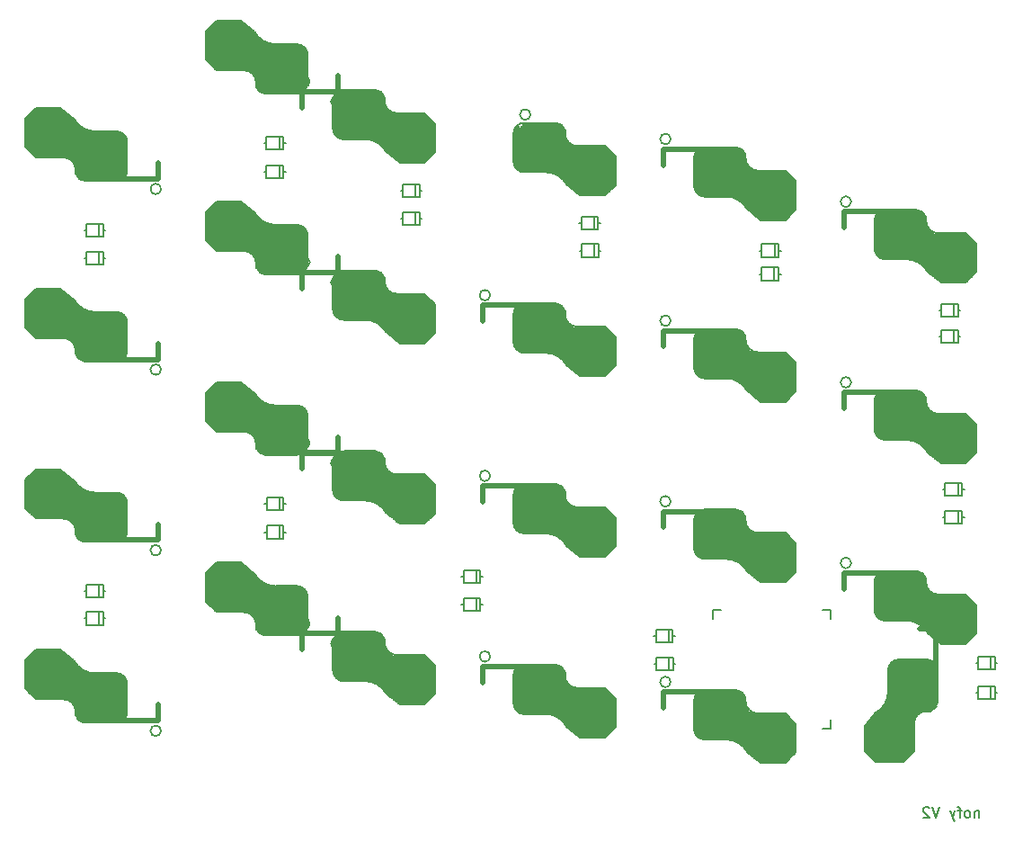
<source format=gbr>
G04 #@! TF.GenerationSoftware,KiCad,Pcbnew,9.0.0*
G04 #@! TF.CreationDate,2025-03-30T21:57:13+09:00*
G04 #@! TF.ProjectId,nofy,6e6f6679-2e6b-4696-9361-645f70636258,rev?*
G04 #@! TF.SameCoordinates,Original*
G04 #@! TF.FileFunction,Legend,Bot*
G04 #@! TF.FilePolarity,Positive*
%FSLAX46Y46*%
G04 Gerber Fmt 4.6, Leading zero omitted, Abs format (unit mm)*
G04 Created by KiCad (PCBNEW 9.0.0) date 2025-03-30 21:57:13*
%MOMM*%
%LPD*%
G01*
G04 APERTURE LIST*
%ADD10C,0.150000*%
%ADD11C,0.500000*%
%ADD12C,0.200000*%
G04 APERTURE END LIST*
D10*
X112363220Y-96203152D02*
X112363220Y-96869819D01*
X112363220Y-96298390D02*
X112315601Y-96250771D01*
X112315601Y-96250771D02*
X112220363Y-96203152D01*
X112220363Y-96203152D02*
X112077506Y-96203152D01*
X112077506Y-96203152D02*
X111982268Y-96250771D01*
X111982268Y-96250771D02*
X111934649Y-96346009D01*
X111934649Y-96346009D02*
X111934649Y-96869819D01*
X111315601Y-96869819D02*
X111410839Y-96822200D01*
X111410839Y-96822200D02*
X111458458Y-96774580D01*
X111458458Y-96774580D02*
X111506077Y-96679342D01*
X111506077Y-96679342D02*
X111506077Y-96393628D01*
X111506077Y-96393628D02*
X111458458Y-96298390D01*
X111458458Y-96298390D02*
X111410839Y-96250771D01*
X111410839Y-96250771D02*
X111315601Y-96203152D01*
X111315601Y-96203152D02*
X111172744Y-96203152D01*
X111172744Y-96203152D02*
X111077506Y-96250771D01*
X111077506Y-96250771D02*
X111029887Y-96298390D01*
X111029887Y-96298390D02*
X110982268Y-96393628D01*
X110982268Y-96393628D02*
X110982268Y-96679342D01*
X110982268Y-96679342D02*
X111029887Y-96774580D01*
X111029887Y-96774580D02*
X111077506Y-96822200D01*
X111077506Y-96822200D02*
X111172744Y-96869819D01*
X111172744Y-96869819D02*
X111315601Y-96869819D01*
X110696553Y-96203152D02*
X110315601Y-96203152D01*
X110553696Y-96869819D02*
X110553696Y-96012676D01*
X110553696Y-96012676D02*
X110506077Y-95917438D01*
X110506077Y-95917438D02*
X110410839Y-95869819D01*
X110410839Y-95869819D02*
X110315601Y-95869819D01*
X110077505Y-96203152D02*
X109839410Y-96869819D01*
X109601315Y-96203152D02*
X109839410Y-96869819D01*
X109839410Y-96869819D02*
X109934648Y-97107914D01*
X109934648Y-97107914D02*
X109982267Y-97155533D01*
X109982267Y-97155533D02*
X110077505Y-97203152D01*
X108601314Y-95869819D02*
X108267981Y-96869819D01*
X108267981Y-96869819D02*
X107934648Y-95869819D01*
X107648933Y-95965057D02*
X107601314Y-95917438D01*
X107601314Y-95917438D02*
X107506076Y-95869819D01*
X107506076Y-95869819D02*
X107267981Y-95869819D01*
X107267981Y-95869819D02*
X107172743Y-95917438D01*
X107172743Y-95917438D02*
X107125124Y-95965057D01*
X107125124Y-95965057D02*
X107077505Y-96060295D01*
X107077505Y-96060295D02*
X107077505Y-96155533D01*
X107077505Y-96155533D02*
X107125124Y-96298390D01*
X107125124Y-96298390D02*
X107696552Y-96869819D01*
X107696552Y-96869819D02*
X107077505Y-96869819D01*
X101575000Y-90600000D02*
X101575000Y-88275000D01*
X101600000Y-88300000D02*
X106200000Y-88300000D01*
X101600000Y-88450000D02*
X106200000Y-88450000D01*
X101600000Y-88600000D02*
X106200000Y-88600000D01*
X101600000Y-88750000D02*
X106200000Y-88750000D01*
X101600000Y-88900000D02*
X106200000Y-88900000D01*
X101600000Y-89050000D02*
X106200000Y-89050000D01*
X101600000Y-89200000D02*
X106200000Y-89200000D01*
X101600000Y-89350000D02*
X106200000Y-89350000D01*
X101600000Y-89500000D02*
X106200000Y-89500000D01*
X101600000Y-89650000D02*
X106200000Y-89650000D01*
X101600000Y-89800000D02*
X106200000Y-89800000D01*
X101600000Y-89950000D02*
X106200000Y-89950000D01*
X101600000Y-90100000D02*
X106200000Y-90100000D01*
X101600000Y-90250000D02*
X106200000Y-90250000D01*
X101600000Y-90400000D02*
X106200000Y-90400000D01*
X101600000Y-90550000D02*
X106200000Y-90550000D01*
X101690000Y-88150000D02*
X106150000Y-88150000D01*
X101710000Y-90700000D02*
X106100000Y-90700000D01*
X101810000Y-88000000D02*
X106200000Y-88000000D01*
X101850000Y-90850000D02*
X105970000Y-90850000D01*
X101920000Y-87850000D02*
X106200000Y-87850000D01*
X101980000Y-91000000D02*
X105810000Y-91000000D01*
X102040000Y-87700000D02*
X106200000Y-87700000D01*
X102140000Y-91150000D02*
X105670000Y-91150000D01*
X102180000Y-87550000D02*
X106300000Y-87550000D01*
X102240000Y-91250000D02*
X105570000Y-91250000D01*
X102280000Y-87410000D02*
X106350000Y-87400000D01*
X102350000Y-91350000D02*
X105470000Y-91350000D01*
X102370000Y-87300000D02*
X106400000Y-87300000D01*
X102430000Y-91450000D02*
X105360000Y-91450000D01*
X102450000Y-87200000D02*
X106450000Y-87200000D01*
X102530000Y-87100000D02*
X106550000Y-87100000D01*
X102575000Y-91600000D02*
X101575000Y-90600000D01*
X102600000Y-87000000D02*
X101575000Y-88275000D01*
X102600000Y-87000000D02*
X106750000Y-87000000D01*
X102780000Y-86900000D02*
X106900000Y-86900000D01*
X102950000Y-86800000D02*
X107850000Y-86800000D01*
X103100000Y-86650000D02*
X108050000Y-86650000D01*
X103250000Y-86500000D02*
X108240000Y-86500000D01*
X103350000Y-86350000D02*
X108320000Y-86350000D01*
X103450000Y-86200000D02*
X108370000Y-86200000D01*
X103550000Y-86050000D02*
X108400000Y-86050000D01*
X103600000Y-85900000D02*
X108420000Y-85900000D01*
X103700000Y-85750000D02*
X108410000Y-85750000D01*
X103750000Y-85450000D02*
X108400000Y-85450000D01*
X103750000Y-85600000D02*
X108350000Y-85600000D01*
X103760000Y-85300000D02*
X108400000Y-85300000D01*
X103775000Y-85000000D02*
X103775000Y-83025000D01*
X103790000Y-82900000D02*
X108300000Y-82900000D01*
X103800000Y-83050000D02*
X108400000Y-83050000D01*
X103800000Y-83200000D02*
X108400000Y-83200000D01*
X103800000Y-83350000D02*
X108400000Y-83350000D01*
X103800000Y-83500000D02*
X108400000Y-83500000D01*
X103800000Y-83650000D02*
X108400000Y-83650000D01*
X103800000Y-83800000D02*
X108400000Y-83800000D01*
X103800000Y-83950000D02*
X108400000Y-83950000D01*
X103800000Y-84100000D02*
X108400000Y-84100000D01*
X103800000Y-84250000D02*
X108400000Y-84250000D01*
X103800000Y-84400000D02*
X108400000Y-84400000D01*
X103800000Y-84550000D02*
X108400000Y-84550000D01*
X103800000Y-84700000D02*
X108400000Y-84700000D01*
X103800000Y-84850000D02*
X108400000Y-84850000D01*
X103800000Y-85000000D02*
X108400000Y-85000000D01*
X103800000Y-85150000D02*
X108350000Y-85150000D01*
X103830000Y-82750000D02*
X108150000Y-82750000D01*
X103880000Y-82600000D02*
X108000000Y-82600000D01*
X103960000Y-82450000D02*
X108100000Y-82450000D01*
X104100000Y-82300000D02*
X108070000Y-82300000D01*
X104270000Y-82150000D02*
X107950000Y-82150000D01*
X105225000Y-91600000D02*
X102575000Y-91600000D01*
X105225000Y-91600000D02*
X106225000Y-90600000D01*
X106225000Y-90600000D02*
X106225000Y-88025000D01*
X107400000Y-86850000D02*
X107723113Y-86850000D01*
X107425000Y-81995000D02*
X104775000Y-81995000D01*
D11*
X108245000Y-79100000D02*
X106745000Y-79100000D01*
X108245000Y-83500000D02*
X108245000Y-79100000D01*
D10*
X108425000Y-85988796D02*
X108425000Y-83025000D01*
X103775000Y-82995000D02*
G75*
G02*
X104775000Y-81995000I999999J1D01*
G01*
X103782542Y-85000000D02*
G75*
G02*
X102600000Y-87000000I-2282546J2D01*
G01*
X106225000Y-88025000D02*
G75*
G02*
X107400000Y-86850000I1175002J-2D01*
G01*
X107425000Y-81995000D02*
G75*
G02*
X108425000Y-82995000I1J-999999D01*
G01*
X108425000Y-85988796D02*
G75*
G02*
X107723113Y-86850000I-926887J38796D01*
G01*
X109700000Y-79300000D02*
G75*
G02*
X108700000Y-79300000I-500000J0D01*
G01*
X108700000Y-79300000D02*
G75*
G02*
X109700000Y-79300000I500000J0D01*
G01*
D12*
X91881215Y-42904686D02*
X91881215Y-44095314D01*
X91881215Y-43500000D02*
X91682777Y-43500000D01*
X91881215Y-44095314D02*
X93468719Y-44095314D01*
X93071843Y-42904686D02*
X93071843Y-44095314D01*
X93468719Y-42904686D02*
X91881215Y-42904686D01*
X93468719Y-44095314D02*
X93468719Y-42904686D01*
X93667157Y-43500000D02*
X93468719Y-43500000D01*
X45231215Y-35504686D02*
X45231215Y-36695314D01*
X45231215Y-36100000D02*
X45032777Y-36100000D01*
X45231215Y-36695314D02*
X46818719Y-36695314D01*
X46421843Y-35504686D02*
X46421843Y-36695314D01*
X46818719Y-35504686D02*
X45231215Y-35504686D01*
X46818719Y-36695314D02*
X46818719Y-35504686D01*
X47017157Y-36100000D02*
X46818719Y-36100000D01*
X91878115Y-45104686D02*
X91878115Y-46295314D01*
X91878115Y-45700000D02*
X91679677Y-45700000D01*
X91878115Y-46295314D02*
X93465619Y-46295314D01*
X93068743Y-45104686D02*
X93068743Y-46295314D01*
X93465619Y-45104686D02*
X91878115Y-45104686D01*
X93465619Y-46295314D02*
X93465619Y-45104686D01*
X93664057Y-45700000D02*
X93465619Y-45700000D01*
X63781215Y-76204686D02*
X63781215Y-77395314D01*
X63781215Y-76800000D02*
X63582777Y-76800000D01*
X63781215Y-77395314D02*
X65368719Y-77395314D01*
X64971843Y-76204686D02*
X64971843Y-77395314D01*
X65368719Y-76204686D02*
X63781215Y-76204686D01*
X65368719Y-77395314D02*
X65368719Y-76204686D01*
X65567157Y-76800000D02*
X65368719Y-76800000D01*
X28254715Y-77529686D02*
X28254715Y-78720314D01*
X28254715Y-78125000D02*
X28056277Y-78125000D01*
X28254715Y-78720314D02*
X29842219Y-78720314D01*
X29445343Y-77529686D02*
X29445343Y-78720314D01*
X29842219Y-77529686D02*
X28254715Y-77529686D01*
X29842219Y-78720314D02*
X29842219Y-77529686D01*
X30040657Y-78125000D02*
X29842219Y-78125000D01*
D10*
X22500000Y-65075000D02*
X23500000Y-64075000D01*
X22500000Y-67725000D02*
X22500000Y-65075000D01*
X22500000Y-67725000D02*
X23500000Y-68725000D01*
X22650000Y-64930000D02*
X22650000Y-67860000D01*
X22750000Y-64850000D02*
X22750000Y-67970000D01*
X22850000Y-64740000D02*
X22850000Y-68070000D01*
X22950000Y-64640000D02*
X22950000Y-68170000D01*
X23100000Y-64480000D02*
X23100000Y-68310000D01*
X23250000Y-64350000D02*
X23250000Y-68470000D01*
X23400000Y-64210000D02*
X23400000Y-68600000D01*
X23500000Y-64075000D02*
X25825000Y-64075000D01*
X23500000Y-68725000D02*
X26075000Y-68725000D01*
X23550000Y-64100000D02*
X23550000Y-68700000D01*
X23700000Y-64100000D02*
X23700000Y-68700000D01*
X23850000Y-64100000D02*
X23850000Y-68700000D01*
X24000000Y-64100000D02*
X24000000Y-68700000D01*
X24150000Y-64100000D02*
X24150000Y-68700000D01*
X24300000Y-64100000D02*
X24300000Y-68700000D01*
X24450000Y-64100000D02*
X24450000Y-68700000D01*
X24600000Y-64100000D02*
X24600000Y-68700000D01*
X24750000Y-64100000D02*
X24750000Y-68700000D01*
X24900000Y-64100000D02*
X24900000Y-68700000D01*
X25050000Y-64100000D02*
X25050000Y-68700000D01*
X25200000Y-64100000D02*
X25200000Y-68700000D01*
X25350000Y-64100000D02*
X25350000Y-68700000D01*
X25500000Y-64100000D02*
X25500000Y-68700000D01*
X25650000Y-64100000D02*
X25650000Y-68700000D01*
X25800000Y-64100000D02*
X25800000Y-68700000D01*
X25950000Y-64190000D02*
X25950000Y-68650000D01*
X26100000Y-64310000D02*
X26100000Y-68700000D01*
X26250000Y-64420000D02*
X26250000Y-68700000D01*
X26400000Y-64540000D02*
X26400000Y-68700000D01*
X26550000Y-64680000D02*
X26550000Y-68800000D01*
X26690000Y-64780000D02*
X26700000Y-68850000D01*
X26800000Y-64870000D02*
X26800000Y-68900000D01*
X26900000Y-64950000D02*
X26900000Y-68950000D01*
X27000000Y-65030000D02*
X27000000Y-69050000D01*
X27100000Y-65100000D02*
X25825000Y-64075000D01*
X27100000Y-65100000D02*
X27100000Y-69250000D01*
X27200000Y-65280000D02*
X27200000Y-69400000D01*
X27250000Y-69900000D02*
X27250000Y-70223113D01*
X27300000Y-65450000D02*
X27300000Y-70350000D01*
X27450000Y-65600000D02*
X27450000Y-70550000D01*
X27600000Y-65750000D02*
X27600000Y-70740000D01*
X27750000Y-65850000D02*
X27750000Y-70820000D01*
X27900000Y-65950000D02*
X27900000Y-70870000D01*
X28050000Y-66050000D02*
X28050000Y-70900000D01*
X28111204Y-70925000D02*
X31075000Y-70925000D01*
X28200000Y-66100000D02*
X28200000Y-70920000D01*
X28350000Y-66200000D02*
X28350000Y-70910000D01*
X28500000Y-66250000D02*
X28500000Y-70850000D01*
X28650000Y-66250000D02*
X28650000Y-70900000D01*
X28800000Y-66260000D02*
X28800000Y-70900000D01*
X28950000Y-66300000D02*
X28950000Y-70850000D01*
X29100000Y-66275000D02*
X31075000Y-66275000D01*
X29100000Y-66300000D02*
X29100000Y-70900000D01*
X29250000Y-66300000D02*
X29250000Y-70900000D01*
X29400000Y-66300000D02*
X29400000Y-70900000D01*
X29550000Y-66300000D02*
X29550000Y-70900000D01*
X29700000Y-66300000D02*
X29700000Y-70900000D01*
X29850000Y-66300000D02*
X29850000Y-70900000D01*
X30000000Y-66300000D02*
X30000000Y-70900000D01*
X30150000Y-66300000D02*
X30150000Y-70900000D01*
X30300000Y-66300000D02*
X30300000Y-70900000D01*
X30450000Y-66300000D02*
X30450000Y-70900000D01*
X30600000Y-66300000D02*
X30600000Y-70900000D01*
D11*
X30600000Y-70745000D02*
X35000000Y-70745000D01*
D10*
X30750000Y-66300000D02*
X30750000Y-70900000D01*
X30900000Y-66300000D02*
X30900000Y-70900000D01*
X31050000Y-66300000D02*
X31050000Y-70900000D01*
X31200000Y-66290000D02*
X31200000Y-70800000D01*
X31350000Y-66330000D02*
X31350000Y-70650000D01*
X31500000Y-66380000D02*
X31500000Y-70500000D01*
X31650000Y-66460000D02*
X31650000Y-70600000D01*
X31800000Y-66600000D02*
X31800000Y-70570000D01*
X31950000Y-66770000D02*
X31950000Y-70450000D01*
X32105000Y-69925000D02*
X32105000Y-67275000D01*
D11*
X35000000Y-70745000D02*
X35000000Y-69245000D01*
D10*
X26075000Y-68725000D02*
G75*
G02*
X27250000Y-69900000I-2J-1175002D01*
G01*
X28111204Y-70925000D02*
G75*
G02*
X27250000Y-70223113I38796J926887D01*
G01*
X29100000Y-66282542D02*
G75*
G02*
X27100000Y-65100000I2J2282546D01*
G01*
X31105000Y-66275000D02*
G75*
G02*
X32105000Y-67275000I1J-999999D01*
G01*
X32105000Y-69925000D02*
G75*
G02*
X31105000Y-70925000I-999999J-1D01*
G01*
X35300000Y-71700000D02*
G75*
G02*
X34300000Y-71700000I-500000J0D01*
G01*
X34300000Y-71700000D02*
G75*
G02*
X35300000Y-71700000I500000J0D01*
G01*
X22500000Y-82075000D02*
X23500000Y-81075000D01*
X22500000Y-84725000D02*
X22500000Y-82075000D01*
X22500000Y-84725000D02*
X23500000Y-85725000D01*
X22650000Y-81930000D02*
X22650000Y-84860000D01*
X22750000Y-81850000D02*
X22750000Y-84970000D01*
X22850000Y-81740000D02*
X22850000Y-85070000D01*
X22950000Y-81640000D02*
X22950000Y-85170000D01*
X23100000Y-81480000D02*
X23100000Y-85310000D01*
X23250000Y-81350000D02*
X23250000Y-85470000D01*
X23400000Y-81210000D02*
X23400000Y-85600000D01*
X23500000Y-81075000D02*
X25825000Y-81075000D01*
X23500000Y-85725000D02*
X26075000Y-85725000D01*
X23550000Y-81100000D02*
X23550000Y-85700000D01*
X23700000Y-81100000D02*
X23700000Y-85700000D01*
X23850000Y-81100000D02*
X23850000Y-85700000D01*
X24000000Y-81100000D02*
X24000000Y-85700000D01*
X24150000Y-81100000D02*
X24150000Y-85700000D01*
X24300000Y-81100000D02*
X24300000Y-85700000D01*
X24450000Y-81100000D02*
X24450000Y-85700000D01*
X24600000Y-81100000D02*
X24600000Y-85700000D01*
X24750000Y-81100000D02*
X24750000Y-85700000D01*
X24900000Y-81100000D02*
X24900000Y-85700000D01*
X25050000Y-81100000D02*
X25050000Y-85700000D01*
X25200000Y-81100000D02*
X25200000Y-85700000D01*
X25350000Y-81100000D02*
X25350000Y-85700000D01*
X25500000Y-81100000D02*
X25500000Y-85700000D01*
X25650000Y-81100000D02*
X25650000Y-85700000D01*
X25800000Y-81100000D02*
X25800000Y-85700000D01*
X25950000Y-81190000D02*
X25950000Y-85650000D01*
X26100000Y-81310000D02*
X26100000Y-85700000D01*
X26250000Y-81420000D02*
X26250000Y-85700000D01*
X26400000Y-81540000D02*
X26400000Y-85700000D01*
X26550000Y-81680000D02*
X26550000Y-85800000D01*
X26690000Y-81780000D02*
X26700000Y-85850000D01*
X26800000Y-81870000D02*
X26800000Y-85900000D01*
X26900000Y-81950000D02*
X26900000Y-85950000D01*
X27000000Y-82030000D02*
X27000000Y-86050000D01*
X27100000Y-82100000D02*
X25825000Y-81075000D01*
X27100000Y-82100000D02*
X27100000Y-86250000D01*
X27200000Y-82280000D02*
X27200000Y-86400000D01*
X27250000Y-86900000D02*
X27250000Y-87223113D01*
X27300000Y-82450000D02*
X27300000Y-87350000D01*
X27450000Y-82600000D02*
X27450000Y-87550000D01*
X27600000Y-82750000D02*
X27600000Y-87740000D01*
X27750000Y-82850000D02*
X27750000Y-87820000D01*
X27900000Y-82950000D02*
X27900000Y-87870000D01*
X28050000Y-83050000D02*
X28050000Y-87900000D01*
X28111204Y-87925000D02*
X31075000Y-87925000D01*
X28200000Y-83100000D02*
X28200000Y-87920000D01*
X28350000Y-83200000D02*
X28350000Y-87910000D01*
X28500000Y-83250000D02*
X28500000Y-87850000D01*
X28650000Y-83250000D02*
X28650000Y-87900000D01*
X28800000Y-83260000D02*
X28800000Y-87900000D01*
X28950000Y-83300000D02*
X28950000Y-87850000D01*
X29100000Y-83275000D02*
X31075000Y-83275000D01*
X29100000Y-83300000D02*
X29100000Y-87900000D01*
X29250000Y-83300000D02*
X29250000Y-87900000D01*
X29400000Y-83300000D02*
X29400000Y-87900000D01*
X29550000Y-83300000D02*
X29550000Y-87900000D01*
X29700000Y-83300000D02*
X29700000Y-87900000D01*
X29850000Y-83300000D02*
X29850000Y-87900000D01*
X30000000Y-83300000D02*
X30000000Y-87900000D01*
X30150000Y-83300000D02*
X30150000Y-87900000D01*
X30300000Y-83300000D02*
X30300000Y-87900000D01*
X30450000Y-83300000D02*
X30450000Y-87900000D01*
X30600000Y-83300000D02*
X30600000Y-87900000D01*
D11*
X30600000Y-87745000D02*
X35000000Y-87745000D01*
D10*
X30750000Y-83300000D02*
X30750000Y-87900000D01*
X30900000Y-83300000D02*
X30900000Y-87900000D01*
X31050000Y-83300000D02*
X31050000Y-87900000D01*
X31200000Y-83290000D02*
X31200000Y-87800000D01*
X31350000Y-83330000D02*
X31350000Y-87650000D01*
X31500000Y-83380000D02*
X31500000Y-87500000D01*
X31650000Y-83460000D02*
X31650000Y-87600000D01*
X31800000Y-83600000D02*
X31800000Y-87570000D01*
X31950000Y-83770000D02*
X31950000Y-87450000D01*
X32105000Y-86925000D02*
X32105000Y-84275000D01*
D11*
X35000000Y-87745000D02*
X35000000Y-86245000D01*
D10*
X26075000Y-85725000D02*
G75*
G02*
X27250000Y-86900000I-2J-1175002D01*
G01*
X28111204Y-87925000D02*
G75*
G02*
X27250000Y-87223113I38796J926887D01*
G01*
X29100000Y-83282542D02*
G75*
G02*
X27100000Y-82100000I2J2282546D01*
G01*
X31105000Y-83275000D02*
G75*
G02*
X32105000Y-84275000I1J-999999D01*
G01*
X32105000Y-86925000D02*
G75*
G02*
X31105000Y-87925000I-999999J-1D01*
G01*
X35300000Y-88700000D02*
G75*
G02*
X34300000Y-88700000I-500000J0D01*
G01*
X34300000Y-88700000D02*
G75*
G02*
X35300000Y-88700000I500000J0D01*
G01*
D11*
X99600000Y-73855000D02*
X99600000Y-75355000D01*
D10*
X102495000Y-74675000D02*
X102495000Y-77325000D01*
X102650000Y-77830000D02*
X102650000Y-74150000D01*
X102800000Y-78000000D02*
X102800000Y-74030000D01*
X102950000Y-78140000D02*
X102950000Y-74000000D01*
X103100000Y-78220000D02*
X103100000Y-74100000D01*
X103250000Y-78270000D02*
X103250000Y-73950000D01*
X103400000Y-78310000D02*
X103400000Y-73800000D01*
X103550000Y-78300000D02*
X103550000Y-73700000D01*
X103700000Y-78300000D02*
X103700000Y-73700000D01*
X103850000Y-78300000D02*
X103850000Y-73700000D01*
D11*
X104000000Y-73855000D02*
X99600000Y-73855000D01*
D10*
X104000000Y-78300000D02*
X104000000Y-73700000D01*
X104150000Y-78300000D02*
X104150000Y-73700000D01*
X104300000Y-78300000D02*
X104300000Y-73700000D01*
X104450000Y-78300000D02*
X104450000Y-73700000D01*
X104600000Y-78300000D02*
X104600000Y-73700000D01*
X104750000Y-78300000D02*
X104750000Y-73700000D01*
X104900000Y-78300000D02*
X104900000Y-73700000D01*
X105050000Y-78300000D02*
X105050000Y-73700000D01*
X105200000Y-78300000D02*
X105200000Y-73700000D01*
X105350000Y-78300000D02*
X105350000Y-73700000D01*
X105500000Y-78300000D02*
X105500000Y-73700000D01*
X105500000Y-78325000D02*
X103525000Y-78325000D01*
X105650000Y-78300000D02*
X105650000Y-73750000D01*
X105800000Y-78340000D02*
X105800000Y-73700000D01*
X105950000Y-78350000D02*
X105950000Y-73700000D01*
X106100000Y-78350000D02*
X106100000Y-73750000D01*
X106250000Y-78400000D02*
X106250000Y-73690000D01*
X106400000Y-78500000D02*
X106400000Y-73680000D01*
X106488796Y-73675000D02*
X103525000Y-73675000D01*
X106550000Y-78550000D02*
X106550000Y-73700000D01*
X106700000Y-78650000D02*
X106700000Y-73730000D01*
X106850000Y-78750000D02*
X106850000Y-73780000D01*
X107000000Y-78850000D02*
X107000000Y-73860000D01*
X107150000Y-79000000D02*
X107150000Y-74050000D01*
X107300000Y-79150000D02*
X107300000Y-74250000D01*
X107350000Y-74700000D02*
X107350000Y-74376887D01*
X107400000Y-79320000D02*
X107400000Y-75200000D01*
X107500000Y-79500000D02*
X107500000Y-75350000D01*
X107500000Y-79500000D02*
X108775000Y-80525000D01*
X107600000Y-79570000D02*
X107600000Y-75550000D01*
X107700000Y-79650000D02*
X107700000Y-75650000D01*
X107800000Y-79730000D02*
X107800000Y-75700000D01*
X107910000Y-79820000D02*
X107900000Y-75750000D01*
X108050000Y-79920000D02*
X108050000Y-75800000D01*
X108200000Y-80060000D02*
X108200000Y-75900000D01*
X108350000Y-80180000D02*
X108350000Y-75900000D01*
X108500000Y-80290000D02*
X108500000Y-75900000D01*
X108650000Y-80410000D02*
X108650000Y-75950000D01*
X108800000Y-80500000D02*
X108800000Y-75900000D01*
X108950000Y-80500000D02*
X108950000Y-75900000D01*
X109100000Y-80500000D02*
X109100000Y-75900000D01*
X109250000Y-80500000D02*
X109250000Y-75900000D01*
X109400000Y-80500000D02*
X109400000Y-75900000D01*
X109550000Y-80500000D02*
X109550000Y-75900000D01*
X109700000Y-80500000D02*
X109700000Y-75900000D01*
X109850000Y-80500000D02*
X109850000Y-75900000D01*
X110000000Y-80500000D02*
X110000000Y-75900000D01*
X110150000Y-80500000D02*
X110150000Y-75900000D01*
X110300000Y-80500000D02*
X110300000Y-75900000D01*
X110450000Y-80500000D02*
X110450000Y-75900000D01*
X110600000Y-80500000D02*
X110600000Y-75900000D01*
X110750000Y-80500000D02*
X110750000Y-75900000D01*
X110900000Y-80500000D02*
X110900000Y-75900000D01*
X111050000Y-80500000D02*
X111050000Y-75900000D01*
X111100000Y-75875000D02*
X108525000Y-75875000D01*
X111100000Y-80525000D02*
X108775000Y-80525000D01*
X111200000Y-80390000D02*
X111200000Y-76000000D01*
X111350000Y-80250000D02*
X111350000Y-76130000D01*
X111500000Y-80120000D02*
X111500000Y-76290000D01*
X111650000Y-79960000D02*
X111650000Y-76430000D01*
X111750000Y-79860000D02*
X111750000Y-76530000D01*
X111850000Y-79750000D02*
X111850000Y-76630000D01*
X111950000Y-79670000D02*
X111950000Y-76740000D01*
X112100000Y-76875000D02*
X111100000Y-75875000D01*
X112100000Y-76875000D02*
X112100000Y-79525000D01*
X112100000Y-79525000D02*
X111100000Y-80525000D01*
X102495000Y-74675000D02*
G75*
G02*
X103495000Y-73675000I999999J1D01*
G01*
X103495000Y-78325000D02*
G75*
G02*
X102495000Y-77325000I-1J999999D01*
G01*
X105500000Y-78317458D02*
G75*
G02*
X107500000Y-79500000I-2J-2282546D01*
G01*
X106488796Y-73675000D02*
G75*
G02*
X107350000Y-74376887I-38796J-926887D01*
G01*
X108525000Y-75875000D02*
G75*
G02*
X107350000Y-74700000I2J1175002D01*
G01*
X100300000Y-72900000D02*
G75*
G02*
X99300000Y-72900000I-500000J0D01*
G01*
X99300000Y-72900000D02*
G75*
G02*
X100300000Y-72900000I500000J0D01*
G01*
D11*
X99600000Y-56855000D02*
X99600000Y-58355000D01*
D10*
X102495000Y-57675000D02*
X102495000Y-60325000D01*
X102650000Y-60830000D02*
X102650000Y-57150000D01*
X102800000Y-61000000D02*
X102800000Y-57030000D01*
X102950000Y-61140000D02*
X102950000Y-57000000D01*
X103100000Y-61220000D02*
X103100000Y-57100000D01*
X103250000Y-61270000D02*
X103250000Y-56950000D01*
X103400000Y-61310000D02*
X103400000Y-56800000D01*
X103550000Y-61300000D02*
X103550000Y-56700000D01*
X103700000Y-61300000D02*
X103700000Y-56700000D01*
X103850000Y-61300000D02*
X103850000Y-56700000D01*
D11*
X104000000Y-56855000D02*
X99600000Y-56855000D01*
D10*
X104000000Y-61300000D02*
X104000000Y-56700000D01*
X104150000Y-61300000D02*
X104150000Y-56700000D01*
X104300000Y-61300000D02*
X104300000Y-56700000D01*
X104450000Y-61300000D02*
X104450000Y-56700000D01*
X104600000Y-61300000D02*
X104600000Y-56700000D01*
X104750000Y-61300000D02*
X104750000Y-56700000D01*
X104900000Y-61300000D02*
X104900000Y-56700000D01*
X105050000Y-61300000D02*
X105050000Y-56700000D01*
X105200000Y-61300000D02*
X105200000Y-56700000D01*
X105350000Y-61300000D02*
X105350000Y-56700000D01*
X105500000Y-61300000D02*
X105500000Y-56700000D01*
X105500000Y-61325000D02*
X103525000Y-61325000D01*
X105650000Y-61300000D02*
X105650000Y-56750000D01*
X105800000Y-61340000D02*
X105800000Y-56700000D01*
X105950000Y-61350000D02*
X105950000Y-56700000D01*
X106100000Y-61350000D02*
X106100000Y-56750000D01*
X106250000Y-61400000D02*
X106250000Y-56690000D01*
X106400000Y-61500000D02*
X106400000Y-56680000D01*
X106488796Y-56675000D02*
X103525000Y-56675000D01*
X106550000Y-61550000D02*
X106550000Y-56700000D01*
X106700000Y-61650000D02*
X106700000Y-56730000D01*
X106850000Y-61750000D02*
X106850000Y-56780000D01*
X107000000Y-61850000D02*
X107000000Y-56860000D01*
X107150000Y-62000000D02*
X107150000Y-57050000D01*
X107300000Y-62150000D02*
X107300000Y-57250000D01*
X107350000Y-57700000D02*
X107350000Y-57376887D01*
X107400000Y-62320000D02*
X107400000Y-58200000D01*
X107500000Y-62500000D02*
X107500000Y-58350000D01*
X107500000Y-62500000D02*
X108775000Y-63525000D01*
X107600000Y-62570000D02*
X107600000Y-58550000D01*
X107700000Y-62650000D02*
X107700000Y-58650000D01*
X107800000Y-62730000D02*
X107800000Y-58700000D01*
X107910000Y-62820000D02*
X107900000Y-58750000D01*
X108050000Y-62920000D02*
X108050000Y-58800000D01*
X108200000Y-63060000D02*
X108200000Y-58900000D01*
X108350000Y-63180000D02*
X108350000Y-58900000D01*
X108500000Y-63290000D02*
X108500000Y-58900000D01*
X108650000Y-63410000D02*
X108650000Y-58950000D01*
X108800000Y-63500000D02*
X108800000Y-58900000D01*
X108950000Y-63500000D02*
X108950000Y-58900000D01*
X109100000Y-63500000D02*
X109100000Y-58900000D01*
X109250000Y-63500000D02*
X109250000Y-58900000D01*
X109400000Y-63500000D02*
X109400000Y-58900000D01*
X109550000Y-63500000D02*
X109550000Y-58900000D01*
X109700000Y-63500000D02*
X109700000Y-58900000D01*
X109850000Y-63500000D02*
X109850000Y-58900000D01*
X110000000Y-63500000D02*
X110000000Y-58900000D01*
X110150000Y-63500000D02*
X110150000Y-58900000D01*
X110300000Y-63500000D02*
X110300000Y-58900000D01*
X110450000Y-63500000D02*
X110450000Y-58900000D01*
X110600000Y-63500000D02*
X110600000Y-58900000D01*
X110750000Y-63500000D02*
X110750000Y-58900000D01*
X110900000Y-63500000D02*
X110900000Y-58900000D01*
X111050000Y-63500000D02*
X111050000Y-58900000D01*
X111100000Y-58875000D02*
X108525000Y-58875000D01*
X111100000Y-63525000D02*
X108775000Y-63525000D01*
X111200000Y-63390000D02*
X111200000Y-59000000D01*
X111350000Y-63250000D02*
X111350000Y-59130000D01*
X111500000Y-63120000D02*
X111500000Y-59290000D01*
X111650000Y-62960000D02*
X111650000Y-59430000D01*
X111750000Y-62860000D02*
X111750000Y-59530000D01*
X111850000Y-62750000D02*
X111850000Y-59630000D01*
X111950000Y-62670000D02*
X111950000Y-59740000D01*
X112100000Y-59875000D02*
X111100000Y-58875000D01*
X112100000Y-59875000D02*
X112100000Y-62525000D01*
X112100000Y-62525000D02*
X111100000Y-63525000D01*
X102495000Y-57675000D02*
G75*
G02*
X103495000Y-56675000I999999J1D01*
G01*
X103495000Y-61325000D02*
G75*
G02*
X102495000Y-60325000I-1J999999D01*
G01*
X105500000Y-61317458D02*
G75*
G02*
X107500000Y-62500000I-2J-2282546D01*
G01*
X106488796Y-56675000D02*
G75*
G02*
X107350000Y-57376887I-38796J-926887D01*
G01*
X108525000Y-58875000D02*
G75*
G02*
X107350000Y-57700000I2J1175002D01*
G01*
X100300000Y-55900000D02*
G75*
G02*
X99300000Y-55900000I-500000J0D01*
G01*
X99300000Y-55900000D02*
G75*
G02*
X100300000Y-55900000I500000J0D01*
G01*
D12*
X109154715Y-65404686D02*
X109154715Y-66595314D01*
X109154715Y-66000000D02*
X108956277Y-66000000D01*
X109154715Y-66595314D02*
X110742219Y-66595314D01*
X110345343Y-65404686D02*
X110345343Y-66595314D01*
X110742219Y-65404686D02*
X109154715Y-65404686D01*
X110742219Y-66595314D02*
X110742219Y-65404686D01*
X110940657Y-66000000D02*
X110742219Y-66000000D01*
X28254715Y-74929686D02*
X28254715Y-76120314D01*
X28254715Y-75525000D02*
X28056277Y-75525000D01*
X28254715Y-76120314D02*
X29842219Y-76120314D01*
X29445343Y-74929686D02*
X29445343Y-76120314D01*
X29842219Y-74929686D02*
X28254715Y-74929686D01*
X29842219Y-76120314D02*
X29842219Y-74929686D01*
X30040657Y-75525000D02*
X29842219Y-75525000D01*
D11*
X48600000Y-62555000D02*
X48600000Y-64055000D01*
D10*
X51495000Y-63375000D02*
X51495000Y-66025000D01*
X51650000Y-66530000D02*
X51650000Y-62850000D01*
X51800000Y-66700000D02*
X51800000Y-62730000D01*
X51950000Y-66840000D02*
X51950000Y-62700000D01*
X52100000Y-66920000D02*
X52100000Y-62800000D01*
X52250000Y-66970000D02*
X52250000Y-62650000D01*
X52400000Y-67010000D02*
X52400000Y-62500000D01*
X52550000Y-67000000D02*
X52550000Y-62400000D01*
X52700000Y-67000000D02*
X52700000Y-62400000D01*
X52850000Y-67000000D02*
X52850000Y-62400000D01*
D11*
X53000000Y-62555000D02*
X48600000Y-62555000D01*
D10*
X53000000Y-67000000D02*
X53000000Y-62400000D01*
X53150000Y-67000000D02*
X53150000Y-62400000D01*
X53300000Y-67000000D02*
X53300000Y-62400000D01*
X53450000Y-67000000D02*
X53450000Y-62400000D01*
X53600000Y-67000000D02*
X53600000Y-62400000D01*
X53750000Y-67000000D02*
X53750000Y-62400000D01*
X53900000Y-67000000D02*
X53900000Y-62400000D01*
X54050000Y-67000000D02*
X54050000Y-62400000D01*
X54200000Y-67000000D02*
X54200000Y-62400000D01*
X54350000Y-67000000D02*
X54350000Y-62400000D01*
X54500000Y-67000000D02*
X54500000Y-62400000D01*
X54500000Y-67025000D02*
X52525000Y-67025000D01*
X54650000Y-67000000D02*
X54650000Y-62450000D01*
X54800000Y-67040000D02*
X54800000Y-62400000D01*
X54950000Y-67050000D02*
X54950000Y-62400000D01*
X55100000Y-67050000D02*
X55100000Y-62450000D01*
X55250000Y-67100000D02*
X55250000Y-62390000D01*
X55400000Y-67200000D02*
X55400000Y-62380000D01*
X55488796Y-62375000D02*
X52525000Y-62375000D01*
X55550000Y-67250000D02*
X55550000Y-62400000D01*
X55700000Y-67350000D02*
X55700000Y-62430000D01*
X55850000Y-67450000D02*
X55850000Y-62480000D01*
X56000000Y-67550000D02*
X56000000Y-62560000D01*
X56150000Y-67700000D02*
X56150000Y-62750000D01*
X56300000Y-67850000D02*
X56300000Y-62950000D01*
X56350000Y-63400000D02*
X56350000Y-63076887D01*
X56400000Y-68020000D02*
X56400000Y-63900000D01*
X56500000Y-68200000D02*
X56500000Y-64050000D01*
X56500000Y-68200000D02*
X57775000Y-69225000D01*
X56600000Y-68270000D02*
X56600000Y-64250000D01*
X56700000Y-68350000D02*
X56700000Y-64350000D01*
X56800000Y-68430000D02*
X56800000Y-64400000D01*
X56910000Y-68520000D02*
X56900000Y-64450000D01*
X57050000Y-68620000D02*
X57050000Y-64500000D01*
X57200000Y-68760000D02*
X57200000Y-64600000D01*
X57350000Y-68880000D02*
X57350000Y-64600000D01*
X57500000Y-68990000D02*
X57500000Y-64600000D01*
X57650000Y-69110000D02*
X57650000Y-64650000D01*
X57800000Y-69200000D02*
X57800000Y-64600000D01*
X57950000Y-69200000D02*
X57950000Y-64600000D01*
X58100000Y-69200000D02*
X58100000Y-64600000D01*
X58250000Y-69200000D02*
X58250000Y-64600000D01*
X58400000Y-69200000D02*
X58400000Y-64600000D01*
X58550000Y-69200000D02*
X58550000Y-64600000D01*
X58700000Y-69200000D02*
X58700000Y-64600000D01*
X58850000Y-69200000D02*
X58850000Y-64600000D01*
X59000000Y-69200000D02*
X59000000Y-64600000D01*
X59150000Y-69200000D02*
X59150000Y-64600000D01*
X59300000Y-69200000D02*
X59300000Y-64600000D01*
X59450000Y-69200000D02*
X59450000Y-64600000D01*
X59600000Y-69200000D02*
X59600000Y-64600000D01*
X59750000Y-69200000D02*
X59750000Y-64600000D01*
X59900000Y-69200000D02*
X59900000Y-64600000D01*
X60050000Y-69200000D02*
X60050000Y-64600000D01*
X60100000Y-64575000D02*
X57525000Y-64575000D01*
X60100000Y-69225000D02*
X57775000Y-69225000D01*
X60200000Y-69090000D02*
X60200000Y-64700000D01*
X60350000Y-68950000D02*
X60350000Y-64830000D01*
X60500000Y-68820000D02*
X60500000Y-64990000D01*
X60650000Y-68660000D02*
X60650000Y-65130000D01*
X60750000Y-68560000D02*
X60750000Y-65230000D01*
X60850000Y-68450000D02*
X60850000Y-65330000D01*
X60950000Y-68370000D02*
X60950000Y-65440000D01*
X61100000Y-65575000D02*
X60100000Y-64575000D01*
X61100000Y-65575000D02*
X61100000Y-68225000D01*
X61100000Y-68225000D02*
X60100000Y-69225000D01*
X51495000Y-63375000D02*
G75*
G02*
X52495000Y-62375000I999999J1D01*
G01*
X52495000Y-67025000D02*
G75*
G02*
X51495000Y-66025000I-1J999999D01*
G01*
X54500000Y-67017458D02*
G75*
G02*
X56500000Y-68200000I-2J-2282546D01*
G01*
X55488796Y-62375000D02*
G75*
G02*
X56350000Y-63076887I-38796J-926887D01*
G01*
X57525000Y-64575000D02*
G75*
G02*
X56350000Y-63400000I2J1175002D01*
G01*
X49300000Y-61600000D02*
G75*
G02*
X48300000Y-61600000I-500000J0D01*
G01*
X48300000Y-61600000D02*
G75*
G02*
X49300000Y-61600000I500000J0D01*
G01*
D12*
X112281215Y-84504686D02*
X112281215Y-85695314D01*
X112281215Y-85100000D02*
X112082777Y-85100000D01*
X112281215Y-85695314D02*
X113868719Y-85695314D01*
X113471843Y-84504686D02*
X113471843Y-85695314D01*
X113868719Y-84504686D02*
X112281215Y-84504686D01*
X113868719Y-85695314D02*
X113868719Y-84504686D01*
X114067157Y-85100000D02*
X113868719Y-85100000D01*
D10*
X39500000Y-73875000D02*
X40500000Y-72875000D01*
X39500000Y-76525000D02*
X39500000Y-73875000D01*
X39500000Y-76525000D02*
X40500000Y-77525000D01*
X39650000Y-73730000D02*
X39650000Y-76660000D01*
X39750000Y-73650000D02*
X39750000Y-76770000D01*
X39850000Y-73540000D02*
X39850000Y-76870000D01*
X39950000Y-73440000D02*
X39950000Y-76970000D01*
X40100000Y-73280000D02*
X40100000Y-77110000D01*
X40250000Y-73150000D02*
X40250000Y-77270000D01*
X40400000Y-73010000D02*
X40400000Y-77400000D01*
X40500000Y-72875000D02*
X42825000Y-72875000D01*
X40500000Y-77525000D02*
X43075000Y-77525000D01*
X40550000Y-72900000D02*
X40550000Y-77500000D01*
X40700000Y-72900000D02*
X40700000Y-77500000D01*
X40850000Y-72900000D02*
X40850000Y-77500000D01*
X41000000Y-72900000D02*
X41000000Y-77500000D01*
X41150000Y-72900000D02*
X41150000Y-77500000D01*
X41300000Y-72900000D02*
X41300000Y-77500000D01*
X41450000Y-72900000D02*
X41450000Y-77500000D01*
X41600000Y-72900000D02*
X41600000Y-77500000D01*
X41750000Y-72900000D02*
X41750000Y-77500000D01*
X41900000Y-72900000D02*
X41900000Y-77500000D01*
X42050000Y-72900000D02*
X42050000Y-77500000D01*
X42200000Y-72900000D02*
X42200000Y-77500000D01*
X42350000Y-72900000D02*
X42350000Y-77500000D01*
X42500000Y-72900000D02*
X42500000Y-77500000D01*
X42650000Y-72900000D02*
X42650000Y-77500000D01*
X42800000Y-72900000D02*
X42800000Y-77500000D01*
X42950000Y-72990000D02*
X42950000Y-77450000D01*
X43100000Y-73110000D02*
X43100000Y-77500000D01*
X43250000Y-73220000D02*
X43250000Y-77500000D01*
X43400000Y-73340000D02*
X43400000Y-77500000D01*
X43550000Y-73480000D02*
X43550000Y-77600000D01*
X43690000Y-73580000D02*
X43700000Y-77650000D01*
X43800000Y-73670000D02*
X43800000Y-77700000D01*
X43900000Y-73750000D02*
X43900000Y-77750000D01*
X44000000Y-73830000D02*
X44000000Y-77850000D01*
X44100000Y-73900000D02*
X42825000Y-72875000D01*
X44100000Y-73900000D02*
X44100000Y-78050000D01*
X44200000Y-74080000D02*
X44200000Y-78200000D01*
X44250000Y-78700000D02*
X44250000Y-79023113D01*
X44300000Y-74250000D02*
X44300000Y-79150000D01*
X44450000Y-74400000D02*
X44450000Y-79350000D01*
X44600000Y-74550000D02*
X44600000Y-79540000D01*
X44750000Y-74650000D02*
X44750000Y-79620000D01*
X44900000Y-74750000D02*
X44900000Y-79670000D01*
X45050000Y-74850000D02*
X45050000Y-79700000D01*
X45111204Y-79725000D02*
X48075000Y-79725000D01*
X45200000Y-74900000D02*
X45200000Y-79720000D01*
X45350000Y-75000000D02*
X45350000Y-79710000D01*
X45500000Y-75050000D02*
X45500000Y-79650000D01*
X45650000Y-75050000D02*
X45650000Y-79700000D01*
X45800000Y-75060000D02*
X45800000Y-79700000D01*
X45950000Y-75100000D02*
X45950000Y-79650000D01*
X46100000Y-75075000D02*
X48075000Y-75075000D01*
X46100000Y-75100000D02*
X46100000Y-79700000D01*
X46250000Y-75100000D02*
X46250000Y-79700000D01*
X46400000Y-75100000D02*
X46400000Y-79700000D01*
X46550000Y-75100000D02*
X46550000Y-79700000D01*
X46700000Y-75100000D02*
X46700000Y-79700000D01*
X46850000Y-75100000D02*
X46850000Y-79700000D01*
X47000000Y-75100000D02*
X47000000Y-79700000D01*
X47150000Y-75100000D02*
X47150000Y-79700000D01*
X47300000Y-75100000D02*
X47300000Y-79700000D01*
X47450000Y-75100000D02*
X47450000Y-79700000D01*
X47600000Y-75100000D02*
X47600000Y-79700000D01*
D11*
X47600000Y-79545000D02*
X52000000Y-79545000D01*
D10*
X47750000Y-75100000D02*
X47750000Y-79700000D01*
X47900000Y-75100000D02*
X47900000Y-79700000D01*
X48050000Y-75100000D02*
X48050000Y-79700000D01*
X48200000Y-75090000D02*
X48200000Y-79600000D01*
X48350000Y-75130000D02*
X48350000Y-79450000D01*
X48500000Y-75180000D02*
X48500000Y-79300000D01*
X48650000Y-75260000D02*
X48650000Y-79400000D01*
X48800000Y-75400000D02*
X48800000Y-79370000D01*
X48950000Y-75570000D02*
X48950000Y-79250000D01*
X49105000Y-78725000D02*
X49105000Y-76075000D01*
D11*
X52000000Y-79545000D02*
X52000000Y-78045000D01*
D10*
X43075000Y-77525000D02*
G75*
G02*
X44250000Y-78700000I-2J-1175002D01*
G01*
X45111204Y-79725000D02*
G75*
G02*
X44250000Y-79023113I38796J926887D01*
G01*
X46100000Y-75082542D02*
G75*
G02*
X44100000Y-73900000I2J2282546D01*
G01*
X48105000Y-75075000D02*
G75*
G02*
X49105000Y-76075000I1J-999999D01*
G01*
X49105000Y-78725000D02*
G75*
G02*
X48105000Y-79725000I-999999J-1D01*
G01*
X52300000Y-80500000D02*
G75*
G02*
X51300000Y-80500000I-500000J0D01*
G01*
X51300000Y-80500000D02*
G75*
G02*
X52300000Y-80500000I500000J0D01*
G01*
D12*
X45254715Y-66704686D02*
X45254715Y-67895314D01*
X45254715Y-67300000D02*
X45056277Y-67300000D01*
X45254715Y-67895314D02*
X46842219Y-67895314D01*
X46445343Y-66704686D02*
X46445343Y-67895314D01*
X46842219Y-66704686D02*
X45254715Y-66704686D01*
X46842219Y-67895314D02*
X46842219Y-66704686D01*
X47040657Y-67300000D02*
X46842219Y-67300000D01*
D11*
X65600000Y-65655000D02*
X65600000Y-67155000D01*
D10*
X68495000Y-66475000D02*
X68495000Y-69125000D01*
X68650000Y-69630000D02*
X68650000Y-65950000D01*
X68800000Y-69800000D02*
X68800000Y-65830000D01*
X68950000Y-69940000D02*
X68950000Y-65800000D01*
X69100000Y-70020000D02*
X69100000Y-65900000D01*
X69250000Y-70070000D02*
X69250000Y-65750000D01*
X69400000Y-70110000D02*
X69400000Y-65600000D01*
X69550000Y-70100000D02*
X69550000Y-65500000D01*
X69700000Y-70100000D02*
X69700000Y-65500000D01*
X69850000Y-70100000D02*
X69850000Y-65500000D01*
D11*
X70000000Y-65655000D02*
X65600000Y-65655000D01*
D10*
X70000000Y-70100000D02*
X70000000Y-65500000D01*
X70150000Y-70100000D02*
X70150000Y-65500000D01*
X70300000Y-70100000D02*
X70300000Y-65500000D01*
X70450000Y-70100000D02*
X70450000Y-65500000D01*
X70600000Y-70100000D02*
X70600000Y-65500000D01*
X70750000Y-70100000D02*
X70750000Y-65500000D01*
X70900000Y-70100000D02*
X70900000Y-65500000D01*
X71050000Y-70100000D02*
X71050000Y-65500000D01*
X71200000Y-70100000D02*
X71200000Y-65500000D01*
X71350000Y-70100000D02*
X71350000Y-65500000D01*
X71500000Y-70100000D02*
X71500000Y-65500000D01*
X71500000Y-70125000D02*
X69525000Y-70125000D01*
X71650000Y-70100000D02*
X71650000Y-65550000D01*
X71800000Y-70140000D02*
X71800000Y-65500000D01*
X71950000Y-70150000D02*
X71950000Y-65500000D01*
X72100000Y-70150000D02*
X72100000Y-65550000D01*
X72250000Y-70200000D02*
X72250000Y-65490000D01*
X72400000Y-70300000D02*
X72400000Y-65480000D01*
X72488796Y-65475000D02*
X69525000Y-65475000D01*
X72550000Y-70350000D02*
X72550000Y-65500000D01*
X72700000Y-70450000D02*
X72700000Y-65530000D01*
X72850000Y-70550000D02*
X72850000Y-65580000D01*
X73000000Y-70650000D02*
X73000000Y-65660000D01*
X73150000Y-70800000D02*
X73150000Y-65850000D01*
X73300000Y-70950000D02*
X73300000Y-66050000D01*
X73350000Y-66500000D02*
X73350000Y-66176887D01*
X73400000Y-71120000D02*
X73400000Y-67000000D01*
X73500000Y-71300000D02*
X73500000Y-67150000D01*
X73500000Y-71300000D02*
X74775000Y-72325000D01*
X73600000Y-71370000D02*
X73600000Y-67350000D01*
X73700000Y-71450000D02*
X73700000Y-67450000D01*
X73800000Y-71530000D02*
X73800000Y-67500000D01*
X73910000Y-71620000D02*
X73900000Y-67550000D01*
X74050000Y-71720000D02*
X74050000Y-67600000D01*
X74200000Y-71860000D02*
X74200000Y-67700000D01*
X74350000Y-71980000D02*
X74350000Y-67700000D01*
X74500000Y-72090000D02*
X74500000Y-67700000D01*
X74650000Y-72210000D02*
X74650000Y-67750000D01*
X74800000Y-72300000D02*
X74800000Y-67700000D01*
X74950000Y-72300000D02*
X74950000Y-67700000D01*
X75100000Y-72300000D02*
X75100000Y-67700000D01*
X75250000Y-72300000D02*
X75250000Y-67700000D01*
X75400000Y-72300000D02*
X75400000Y-67700000D01*
X75550000Y-72300000D02*
X75550000Y-67700000D01*
X75700000Y-72300000D02*
X75700000Y-67700000D01*
X75850000Y-72300000D02*
X75850000Y-67700000D01*
X76000000Y-72300000D02*
X76000000Y-67700000D01*
X76150000Y-72300000D02*
X76150000Y-67700000D01*
X76300000Y-72300000D02*
X76300000Y-67700000D01*
X76450000Y-72300000D02*
X76450000Y-67700000D01*
X76600000Y-72300000D02*
X76600000Y-67700000D01*
X76750000Y-72300000D02*
X76750000Y-67700000D01*
X76900000Y-72300000D02*
X76900000Y-67700000D01*
X77050000Y-72300000D02*
X77050000Y-67700000D01*
X77100000Y-67675000D02*
X74525000Y-67675000D01*
X77100000Y-72325000D02*
X74775000Y-72325000D01*
X77200000Y-72190000D02*
X77200000Y-67800000D01*
X77350000Y-72050000D02*
X77350000Y-67930000D01*
X77500000Y-71920000D02*
X77500000Y-68090000D01*
X77650000Y-71760000D02*
X77650000Y-68230000D01*
X77750000Y-71660000D02*
X77750000Y-68330000D01*
X77850000Y-71550000D02*
X77850000Y-68430000D01*
X77950000Y-71470000D02*
X77950000Y-68540000D01*
X78100000Y-68675000D02*
X77100000Y-67675000D01*
X78100000Y-68675000D02*
X78100000Y-71325000D01*
X78100000Y-71325000D02*
X77100000Y-72325000D01*
X68495000Y-66475000D02*
G75*
G02*
X69495000Y-65475000I999999J1D01*
G01*
X69495000Y-70125000D02*
G75*
G02*
X68495000Y-69125000I-1J999999D01*
G01*
X71500000Y-70117458D02*
G75*
G02*
X73500000Y-71300000I-2J-2282546D01*
G01*
X72488796Y-65475000D02*
G75*
G02*
X73350000Y-66176887I-38796J-926887D01*
G01*
X74525000Y-67675000D02*
G75*
G02*
X73350000Y-66500000I2J1175002D01*
G01*
X66300000Y-64700000D02*
G75*
G02*
X65300000Y-64700000I-500000J0D01*
G01*
X65300000Y-64700000D02*
G75*
G02*
X66300000Y-64700000I500000J0D01*
G01*
D12*
X108807815Y-51004686D02*
X108807815Y-52195314D01*
X108807815Y-51600000D02*
X108609377Y-51600000D01*
X108807815Y-52195314D02*
X110395319Y-52195314D01*
X109998443Y-51004686D02*
X109998443Y-52195314D01*
X110395319Y-51004686D02*
X108807815Y-51004686D01*
X110395319Y-52195314D02*
X110395319Y-51004686D01*
X110593757Y-51600000D02*
X110395319Y-51600000D01*
X28254715Y-43629686D02*
X28254715Y-44820314D01*
X28254715Y-44225000D02*
X28056277Y-44225000D01*
X28254715Y-44820314D02*
X29842219Y-44820314D01*
X29445343Y-43629686D02*
X29445343Y-44820314D01*
X29842219Y-43629686D02*
X28254715Y-43629686D01*
X29842219Y-44820314D02*
X29842219Y-43629686D01*
X30040657Y-44225000D02*
X29842219Y-44225000D01*
X58081215Y-39904686D02*
X58081215Y-41095314D01*
X58081215Y-40500000D02*
X57882777Y-40500000D01*
X58081215Y-41095314D02*
X59668719Y-41095314D01*
X59271843Y-39904686D02*
X59271843Y-41095314D01*
X59668719Y-39904686D02*
X58081215Y-39904686D01*
X59668719Y-41095314D02*
X59668719Y-39904686D01*
X59867157Y-40500000D02*
X59668719Y-40500000D01*
D11*
X82600000Y-85055000D02*
X82600000Y-86555000D01*
D10*
X85495000Y-85875000D02*
X85495000Y-88525000D01*
X85650000Y-89030000D02*
X85650000Y-85350000D01*
X85800000Y-89200000D02*
X85800000Y-85230000D01*
X85950000Y-89340000D02*
X85950000Y-85200000D01*
X86100000Y-89420000D02*
X86100000Y-85300000D01*
X86250000Y-89470000D02*
X86250000Y-85150000D01*
X86400000Y-89510000D02*
X86400000Y-85000000D01*
X86550000Y-89500000D02*
X86550000Y-84900000D01*
X86700000Y-89500000D02*
X86700000Y-84900000D01*
X86850000Y-89500000D02*
X86850000Y-84900000D01*
D11*
X87000000Y-85055000D02*
X82600000Y-85055000D01*
D10*
X87000000Y-89500000D02*
X87000000Y-84900000D01*
X87150000Y-89500000D02*
X87150000Y-84900000D01*
X87300000Y-89500000D02*
X87300000Y-84900000D01*
X87450000Y-89500000D02*
X87450000Y-84900000D01*
X87600000Y-89500000D02*
X87600000Y-84900000D01*
X87750000Y-89500000D02*
X87750000Y-84900000D01*
X87900000Y-89500000D02*
X87900000Y-84900000D01*
X88050000Y-89500000D02*
X88050000Y-84900000D01*
X88200000Y-89500000D02*
X88200000Y-84900000D01*
X88350000Y-89500000D02*
X88350000Y-84900000D01*
X88500000Y-89500000D02*
X88500000Y-84900000D01*
X88500000Y-89525000D02*
X86525000Y-89525000D01*
X88650000Y-89500000D02*
X88650000Y-84950000D01*
X88800000Y-89540000D02*
X88800000Y-84900000D01*
X88950000Y-89550000D02*
X88950000Y-84900000D01*
X89100000Y-89550000D02*
X89100000Y-84950000D01*
X89250000Y-89600000D02*
X89250000Y-84890000D01*
X89400000Y-89700000D02*
X89400000Y-84880000D01*
X89488796Y-84875000D02*
X86525000Y-84875000D01*
X89550000Y-89750000D02*
X89550000Y-84900000D01*
X89700000Y-89850000D02*
X89700000Y-84930000D01*
X89850000Y-89950000D02*
X89850000Y-84980000D01*
X90000000Y-90050000D02*
X90000000Y-85060000D01*
X90150000Y-90200000D02*
X90150000Y-85250000D01*
X90300000Y-90350000D02*
X90300000Y-85450000D01*
X90350000Y-85900000D02*
X90350000Y-85576887D01*
X90400000Y-90520000D02*
X90400000Y-86400000D01*
X90500000Y-90700000D02*
X90500000Y-86550000D01*
X90500000Y-90700000D02*
X91775000Y-91725000D01*
X90600000Y-90770000D02*
X90600000Y-86750000D01*
X90700000Y-90850000D02*
X90700000Y-86850000D01*
X90800000Y-90930000D02*
X90800000Y-86900000D01*
X90910000Y-91020000D02*
X90900000Y-86950000D01*
X91050000Y-91120000D02*
X91050000Y-87000000D01*
X91200000Y-91260000D02*
X91200000Y-87100000D01*
X91350000Y-91380000D02*
X91350000Y-87100000D01*
X91500000Y-91490000D02*
X91500000Y-87100000D01*
X91650000Y-91610000D02*
X91650000Y-87150000D01*
X91800000Y-91700000D02*
X91800000Y-87100000D01*
X91950000Y-91700000D02*
X91950000Y-87100000D01*
X92100000Y-91700000D02*
X92100000Y-87100000D01*
X92250000Y-91700000D02*
X92250000Y-87100000D01*
X92400000Y-91700000D02*
X92400000Y-87100000D01*
X92550000Y-91700000D02*
X92550000Y-87100000D01*
X92700000Y-91700000D02*
X92700000Y-87100000D01*
X92850000Y-91700000D02*
X92850000Y-87100000D01*
X93000000Y-91700000D02*
X93000000Y-87100000D01*
X93150000Y-91700000D02*
X93150000Y-87100000D01*
X93300000Y-91700000D02*
X93300000Y-87100000D01*
X93450000Y-91700000D02*
X93450000Y-87100000D01*
X93600000Y-91700000D02*
X93600000Y-87100000D01*
X93750000Y-91700000D02*
X93750000Y-87100000D01*
X93900000Y-91700000D02*
X93900000Y-87100000D01*
X94050000Y-91700000D02*
X94050000Y-87100000D01*
X94100000Y-87075000D02*
X91525000Y-87075000D01*
X94100000Y-91725000D02*
X91775000Y-91725000D01*
X94200000Y-91590000D02*
X94200000Y-87200000D01*
X94350000Y-91450000D02*
X94350000Y-87330000D01*
X94500000Y-91320000D02*
X94500000Y-87490000D01*
X94650000Y-91160000D02*
X94650000Y-87630000D01*
X94750000Y-91060000D02*
X94750000Y-87730000D01*
X94850000Y-90950000D02*
X94850000Y-87830000D01*
X94950000Y-90870000D02*
X94950000Y-87940000D01*
X95100000Y-88075000D02*
X94100000Y-87075000D01*
X95100000Y-88075000D02*
X95100000Y-90725000D01*
X95100000Y-90725000D02*
X94100000Y-91725000D01*
X85495000Y-85875000D02*
G75*
G02*
X86495000Y-84875000I999999J1D01*
G01*
X86495000Y-89525000D02*
G75*
G02*
X85495000Y-88525000I-1J999999D01*
G01*
X88500000Y-89517458D02*
G75*
G02*
X90500000Y-90700000I-2J-2282546D01*
G01*
X89488796Y-84875000D02*
G75*
G02*
X90350000Y-85576887I-38796J-926887D01*
G01*
X91525000Y-87075000D02*
G75*
G02*
X90350000Y-85900000I2J1175002D01*
G01*
X83300000Y-84100000D02*
G75*
G02*
X82300000Y-84100000I-500000J0D01*
G01*
X82300000Y-84100000D02*
G75*
G02*
X83300000Y-84100000I500000J0D01*
G01*
D11*
X82600000Y-33955000D02*
X82600000Y-35455000D01*
D10*
X85495000Y-34775000D02*
X85495000Y-37425000D01*
X85650000Y-37930000D02*
X85650000Y-34250000D01*
X85800000Y-38100000D02*
X85800000Y-34130000D01*
X85950000Y-38240000D02*
X85950000Y-34100000D01*
X86100000Y-38320000D02*
X86100000Y-34200000D01*
X86250000Y-38370000D02*
X86250000Y-34050000D01*
X86400000Y-38410000D02*
X86400000Y-33900000D01*
X86550000Y-38400000D02*
X86550000Y-33800000D01*
X86700000Y-38400000D02*
X86700000Y-33800000D01*
X86850000Y-38400000D02*
X86850000Y-33800000D01*
D11*
X87000000Y-33955000D02*
X82600000Y-33955000D01*
D10*
X87000000Y-38400000D02*
X87000000Y-33800000D01*
X87150000Y-38400000D02*
X87150000Y-33800000D01*
X87300000Y-38400000D02*
X87300000Y-33800000D01*
X87450000Y-38400000D02*
X87450000Y-33800000D01*
X87600000Y-38400000D02*
X87600000Y-33800000D01*
X87750000Y-38400000D02*
X87750000Y-33800000D01*
X87900000Y-38400000D02*
X87900000Y-33800000D01*
X88050000Y-38400000D02*
X88050000Y-33800000D01*
X88200000Y-38400000D02*
X88200000Y-33800000D01*
X88350000Y-38400000D02*
X88350000Y-33800000D01*
X88500000Y-38400000D02*
X88500000Y-33800000D01*
X88500000Y-38425000D02*
X86525000Y-38425000D01*
X88650000Y-38400000D02*
X88650000Y-33850000D01*
X88800000Y-38440000D02*
X88800000Y-33800000D01*
X88950000Y-38450000D02*
X88950000Y-33800000D01*
X89100000Y-38450000D02*
X89100000Y-33850000D01*
X89250000Y-38500000D02*
X89250000Y-33790000D01*
X89400000Y-38600000D02*
X89400000Y-33780000D01*
X89488796Y-33775000D02*
X86525000Y-33775000D01*
X89550000Y-38650000D02*
X89550000Y-33800000D01*
X89700000Y-38750000D02*
X89700000Y-33830000D01*
X89850000Y-38850000D02*
X89850000Y-33880000D01*
X90000000Y-38950000D02*
X90000000Y-33960000D01*
X90150000Y-39100000D02*
X90150000Y-34150000D01*
X90300000Y-39250000D02*
X90300000Y-34350000D01*
X90350000Y-34800000D02*
X90350000Y-34476887D01*
X90400000Y-39420000D02*
X90400000Y-35300000D01*
X90500000Y-39600000D02*
X90500000Y-35450000D01*
X90500000Y-39600000D02*
X91775000Y-40625000D01*
X90600000Y-39670000D02*
X90600000Y-35650000D01*
X90700000Y-39750000D02*
X90700000Y-35750000D01*
X90800000Y-39830000D02*
X90800000Y-35800000D01*
X90910000Y-39920000D02*
X90900000Y-35850000D01*
X91050000Y-40020000D02*
X91050000Y-35900000D01*
X91200000Y-40160000D02*
X91200000Y-36000000D01*
X91350000Y-40280000D02*
X91350000Y-36000000D01*
X91500000Y-40390000D02*
X91500000Y-36000000D01*
X91650000Y-40510000D02*
X91650000Y-36050000D01*
X91800000Y-40600000D02*
X91800000Y-36000000D01*
X91950000Y-40600000D02*
X91950000Y-36000000D01*
X92100000Y-40600000D02*
X92100000Y-36000000D01*
X92250000Y-40600000D02*
X92250000Y-36000000D01*
X92400000Y-40600000D02*
X92400000Y-36000000D01*
X92550000Y-40600000D02*
X92550000Y-36000000D01*
X92700000Y-40600000D02*
X92700000Y-36000000D01*
X92850000Y-40600000D02*
X92850000Y-36000000D01*
X93000000Y-40600000D02*
X93000000Y-36000000D01*
X93150000Y-40600000D02*
X93150000Y-36000000D01*
X93300000Y-40600000D02*
X93300000Y-36000000D01*
X93450000Y-40600000D02*
X93450000Y-36000000D01*
X93600000Y-40600000D02*
X93600000Y-36000000D01*
X93750000Y-40600000D02*
X93750000Y-36000000D01*
X93900000Y-40600000D02*
X93900000Y-36000000D01*
X94050000Y-40600000D02*
X94050000Y-36000000D01*
X94100000Y-35975000D02*
X91525000Y-35975000D01*
X94100000Y-40625000D02*
X91775000Y-40625000D01*
X94200000Y-40490000D02*
X94200000Y-36100000D01*
X94350000Y-40350000D02*
X94350000Y-36230000D01*
X94500000Y-40220000D02*
X94500000Y-36390000D01*
X94650000Y-40060000D02*
X94650000Y-36530000D01*
X94750000Y-39960000D02*
X94750000Y-36630000D01*
X94850000Y-39850000D02*
X94850000Y-36730000D01*
X94950000Y-39770000D02*
X94950000Y-36840000D01*
X95100000Y-36975000D02*
X94100000Y-35975000D01*
X95100000Y-36975000D02*
X95100000Y-39625000D01*
X95100000Y-39625000D02*
X94100000Y-40625000D01*
X85495000Y-34775000D02*
G75*
G02*
X86495000Y-33775000I999999J1D01*
G01*
X86495000Y-38425000D02*
G75*
G02*
X85495000Y-37425000I-1J999999D01*
G01*
X88500000Y-38417458D02*
G75*
G02*
X90500000Y-39600000I-2J-2282546D01*
G01*
X89488796Y-33775000D02*
G75*
G02*
X90350000Y-34476887I-38796J-926887D01*
G01*
X91525000Y-35975000D02*
G75*
G02*
X90350000Y-34800000I2J1175002D01*
G01*
X83300000Y-33000000D02*
G75*
G02*
X82300000Y-33000000I-500000J0D01*
G01*
X82300000Y-33000000D02*
G75*
G02*
X83300000Y-33000000I500000J0D01*
G01*
D12*
X63781215Y-73604686D02*
X63781215Y-74795314D01*
X63781215Y-74200000D02*
X63582777Y-74200000D01*
X63781215Y-74795314D02*
X65368719Y-74795314D01*
X64971843Y-73604686D02*
X64971843Y-74795314D01*
X65368719Y-73604686D02*
X63781215Y-73604686D01*
X65368719Y-74795314D02*
X65368719Y-73604686D01*
X65567157Y-74200000D02*
X65368719Y-74200000D01*
D11*
X82600000Y-51055000D02*
X82600000Y-52555000D01*
D10*
X85495000Y-51875000D02*
X85495000Y-54525000D01*
X85650000Y-55030000D02*
X85650000Y-51350000D01*
X85800000Y-55200000D02*
X85800000Y-51230000D01*
X85950000Y-55340000D02*
X85950000Y-51200000D01*
X86100000Y-55420000D02*
X86100000Y-51300000D01*
X86250000Y-55470000D02*
X86250000Y-51150000D01*
X86400000Y-55510000D02*
X86400000Y-51000000D01*
X86550000Y-55500000D02*
X86550000Y-50900000D01*
X86700000Y-55500000D02*
X86700000Y-50900000D01*
X86850000Y-55500000D02*
X86850000Y-50900000D01*
D11*
X87000000Y-51055000D02*
X82600000Y-51055000D01*
D10*
X87000000Y-55500000D02*
X87000000Y-50900000D01*
X87150000Y-55500000D02*
X87150000Y-50900000D01*
X87300000Y-55500000D02*
X87300000Y-50900000D01*
X87450000Y-55500000D02*
X87450000Y-50900000D01*
X87600000Y-55500000D02*
X87600000Y-50900000D01*
X87750000Y-55500000D02*
X87750000Y-50900000D01*
X87900000Y-55500000D02*
X87900000Y-50900000D01*
X88050000Y-55500000D02*
X88050000Y-50900000D01*
X88200000Y-55500000D02*
X88200000Y-50900000D01*
X88350000Y-55500000D02*
X88350000Y-50900000D01*
X88500000Y-55500000D02*
X88500000Y-50900000D01*
X88500000Y-55525000D02*
X86525000Y-55525000D01*
X88650000Y-55500000D02*
X88650000Y-50950000D01*
X88800000Y-55540000D02*
X88800000Y-50900000D01*
X88950000Y-55550000D02*
X88950000Y-50900000D01*
X89100000Y-55550000D02*
X89100000Y-50950000D01*
X89250000Y-55600000D02*
X89250000Y-50890000D01*
X89400000Y-55700000D02*
X89400000Y-50880000D01*
X89488796Y-50875000D02*
X86525000Y-50875000D01*
X89550000Y-55750000D02*
X89550000Y-50900000D01*
X89700000Y-55850000D02*
X89700000Y-50930000D01*
X89850000Y-55950000D02*
X89850000Y-50980000D01*
X90000000Y-56050000D02*
X90000000Y-51060000D01*
X90150000Y-56200000D02*
X90150000Y-51250000D01*
X90300000Y-56350000D02*
X90300000Y-51450000D01*
X90350000Y-51900000D02*
X90350000Y-51576887D01*
X90400000Y-56520000D02*
X90400000Y-52400000D01*
X90500000Y-56700000D02*
X90500000Y-52550000D01*
X90500000Y-56700000D02*
X91775000Y-57725000D01*
X90600000Y-56770000D02*
X90600000Y-52750000D01*
X90700000Y-56850000D02*
X90700000Y-52850000D01*
X90800000Y-56930000D02*
X90800000Y-52900000D01*
X90910000Y-57020000D02*
X90900000Y-52950000D01*
X91050000Y-57120000D02*
X91050000Y-53000000D01*
X91200000Y-57260000D02*
X91200000Y-53100000D01*
X91350000Y-57380000D02*
X91350000Y-53100000D01*
X91500000Y-57490000D02*
X91500000Y-53100000D01*
X91650000Y-57610000D02*
X91650000Y-53150000D01*
X91800000Y-57700000D02*
X91800000Y-53100000D01*
X91950000Y-57700000D02*
X91950000Y-53100000D01*
X92100000Y-57700000D02*
X92100000Y-53100000D01*
X92250000Y-57700000D02*
X92250000Y-53100000D01*
X92400000Y-57700000D02*
X92400000Y-53100000D01*
X92550000Y-57700000D02*
X92550000Y-53100000D01*
X92700000Y-57700000D02*
X92700000Y-53100000D01*
X92850000Y-57700000D02*
X92850000Y-53100000D01*
X93000000Y-57700000D02*
X93000000Y-53100000D01*
X93150000Y-57700000D02*
X93150000Y-53100000D01*
X93300000Y-57700000D02*
X93300000Y-53100000D01*
X93450000Y-57700000D02*
X93450000Y-53100000D01*
X93600000Y-57700000D02*
X93600000Y-53100000D01*
X93750000Y-57700000D02*
X93750000Y-53100000D01*
X93900000Y-57700000D02*
X93900000Y-53100000D01*
X94050000Y-57700000D02*
X94050000Y-53100000D01*
X94100000Y-53075000D02*
X91525000Y-53075000D01*
X94100000Y-57725000D02*
X91775000Y-57725000D01*
X94200000Y-57590000D02*
X94200000Y-53200000D01*
X94350000Y-57450000D02*
X94350000Y-53330000D01*
X94500000Y-57320000D02*
X94500000Y-53490000D01*
X94650000Y-57160000D02*
X94650000Y-53630000D01*
X94750000Y-57060000D02*
X94750000Y-53730000D01*
X94850000Y-56950000D02*
X94850000Y-53830000D01*
X94950000Y-56870000D02*
X94950000Y-53940000D01*
X95100000Y-54075000D02*
X94100000Y-53075000D01*
X95100000Y-54075000D02*
X95100000Y-56725000D01*
X95100000Y-56725000D02*
X94100000Y-57725000D01*
X85495000Y-51875000D02*
G75*
G02*
X86495000Y-50875000I999999J1D01*
G01*
X86495000Y-55525000D02*
G75*
G02*
X85495000Y-54525000I-1J999999D01*
G01*
X88500000Y-55517458D02*
G75*
G02*
X90500000Y-56700000I-2J-2282546D01*
G01*
X89488796Y-50875000D02*
G75*
G02*
X90350000Y-51576887I-38796J-926887D01*
G01*
X91525000Y-53075000D02*
G75*
G02*
X90350000Y-51900000I2J1175002D01*
G01*
X83300000Y-50100000D02*
G75*
G02*
X82300000Y-50100000I-500000J0D01*
G01*
X82300000Y-50100000D02*
G75*
G02*
X83300000Y-50100000I500000J0D01*
G01*
D12*
X81927815Y-81814686D02*
X81927815Y-83005314D01*
X81927815Y-82410000D02*
X81729377Y-82410000D01*
X81927815Y-83005314D02*
X83515319Y-83005314D01*
X83118443Y-81814686D02*
X83118443Y-83005314D01*
X83515319Y-81814686D02*
X81927815Y-81814686D01*
X83515319Y-83005314D02*
X83515319Y-81814686D01*
X83713757Y-82410000D02*
X83515319Y-82410000D01*
X81901215Y-79214686D02*
X81901215Y-80405314D01*
X81901215Y-79810000D02*
X81702777Y-79810000D01*
X81901215Y-80405314D02*
X83488719Y-80405314D01*
X83091843Y-79214686D02*
X83091843Y-80405314D01*
X83488719Y-79214686D02*
X81901215Y-79214686D01*
X83488719Y-80405314D02*
X83488719Y-79214686D01*
X83687157Y-79810000D02*
X83488719Y-79810000D01*
D11*
X82600000Y-68055000D02*
X82600000Y-69555000D01*
D10*
X85495000Y-68875000D02*
X85495000Y-71525000D01*
X85650000Y-72030000D02*
X85650000Y-68350000D01*
X85800000Y-72200000D02*
X85800000Y-68230000D01*
X85950000Y-72340000D02*
X85950000Y-68200000D01*
X86100000Y-72420000D02*
X86100000Y-68300000D01*
X86250000Y-72470000D02*
X86250000Y-68150000D01*
X86400000Y-72510000D02*
X86400000Y-68000000D01*
X86550000Y-72500000D02*
X86550000Y-67900000D01*
X86700000Y-72500000D02*
X86700000Y-67900000D01*
X86850000Y-72500000D02*
X86850000Y-67900000D01*
D11*
X87000000Y-68055000D02*
X82600000Y-68055000D01*
D10*
X87000000Y-72500000D02*
X87000000Y-67900000D01*
X87150000Y-72500000D02*
X87150000Y-67900000D01*
X87300000Y-72500000D02*
X87300000Y-67900000D01*
X87450000Y-72500000D02*
X87450000Y-67900000D01*
X87600000Y-72500000D02*
X87600000Y-67900000D01*
X87750000Y-72500000D02*
X87750000Y-67900000D01*
X87900000Y-72500000D02*
X87900000Y-67900000D01*
X88050000Y-72500000D02*
X88050000Y-67900000D01*
X88200000Y-72500000D02*
X88200000Y-67900000D01*
X88350000Y-72500000D02*
X88350000Y-67900000D01*
X88500000Y-72500000D02*
X88500000Y-67900000D01*
X88500000Y-72525000D02*
X86525000Y-72525000D01*
X88650000Y-72500000D02*
X88650000Y-67950000D01*
X88800000Y-72540000D02*
X88800000Y-67900000D01*
X88950000Y-72550000D02*
X88950000Y-67900000D01*
X89100000Y-72550000D02*
X89100000Y-67950000D01*
X89250000Y-72600000D02*
X89250000Y-67890000D01*
X89400000Y-72700000D02*
X89400000Y-67880000D01*
X89488796Y-67875000D02*
X86525000Y-67875000D01*
X89550000Y-72750000D02*
X89550000Y-67900000D01*
X89700000Y-72850000D02*
X89700000Y-67930000D01*
X89850000Y-72950000D02*
X89850000Y-67980000D01*
X90000000Y-73050000D02*
X90000000Y-68060000D01*
X90150000Y-73200000D02*
X90150000Y-68250000D01*
X90300000Y-73350000D02*
X90300000Y-68450000D01*
X90350000Y-68900000D02*
X90350000Y-68576887D01*
X90400000Y-73520000D02*
X90400000Y-69400000D01*
X90500000Y-73700000D02*
X90500000Y-69550000D01*
X90500000Y-73700000D02*
X91775000Y-74725000D01*
X90600000Y-73770000D02*
X90600000Y-69750000D01*
X90700000Y-73850000D02*
X90700000Y-69850000D01*
X90800000Y-73930000D02*
X90800000Y-69900000D01*
X90910000Y-74020000D02*
X90900000Y-69950000D01*
X91050000Y-74120000D02*
X91050000Y-70000000D01*
X91200000Y-74260000D02*
X91200000Y-70100000D01*
X91350000Y-74380000D02*
X91350000Y-70100000D01*
X91500000Y-74490000D02*
X91500000Y-70100000D01*
X91650000Y-74610000D02*
X91650000Y-70150000D01*
X91800000Y-74700000D02*
X91800000Y-70100000D01*
X91950000Y-74700000D02*
X91950000Y-70100000D01*
X92100000Y-74700000D02*
X92100000Y-70100000D01*
X92250000Y-74700000D02*
X92250000Y-70100000D01*
X92400000Y-74700000D02*
X92400000Y-70100000D01*
X92550000Y-74700000D02*
X92550000Y-70100000D01*
X92700000Y-74700000D02*
X92700000Y-70100000D01*
X92850000Y-74700000D02*
X92850000Y-70100000D01*
X93000000Y-74700000D02*
X93000000Y-70100000D01*
X93150000Y-74700000D02*
X93150000Y-70100000D01*
X93300000Y-74700000D02*
X93300000Y-70100000D01*
X93450000Y-74700000D02*
X93450000Y-70100000D01*
X93600000Y-74700000D02*
X93600000Y-70100000D01*
X93750000Y-74700000D02*
X93750000Y-70100000D01*
X93900000Y-74700000D02*
X93900000Y-70100000D01*
X94050000Y-74700000D02*
X94050000Y-70100000D01*
X94100000Y-70075000D02*
X91525000Y-70075000D01*
X94100000Y-74725000D02*
X91775000Y-74725000D01*
X94200000Y-74590000D02*
X94200000Y-70200000D01*
X94350000Y-74450000D02*
X94350000Y-70330000D01*
X94500000Y-74320000D02*
X94500000Y-70490000D01*
X94650000Y-74160000D02*
X94650000Y-70630000D01*
X94750000Y-74060000D02*
X94750000Y-70730000D01*
X94850000Y-73950000D02*
X94850000Y-70830000D01*
X94950000Y-73870000D02*
X94950000Y-70940000D01*
X95100000Y-71075000D02*
X94100000Y-70075000D01*
X95100000Y-71075000D02*
X95100000Y-73725000D01*
X95100000Y-73725000D02*
X94100000Y-74725000D01*
X85495000Y-68875000D02*
G75*
G02*
X86495000Y-67875000I999999J1D01*
G01*
X86495000Y-72525000D02*
G75*
G02*
X85495000Y-71525000I-1J999999D01*
G01*
X88500000Y-72517458D02*
G75*
G02*
X90500000Y-73700000I-2J-2282546D01*
G01*
X89488796Y-67875000D02*
G75*
G02*
X90350000Y-68576887I-38796J-926887D01*
G01*
X91525000Y-70075000D02*
G75*
G02*
X90350000Y-68900000I2J1175002D01*
G01*
X83300000Y-67100000D02*
G75*
G02*
X82300000Y-67100000I-500000J0D01*
G01*
X82300000Y-67100000D02*
G75*
G02*
X83300000Y-67100000I500000J0D01*
G01*
D11*
X48600000Y-45555000D02*
X48600000Y-47055000D01*
D10*
X51495000Y-46375000D02*
X51495000Y-49025000D01*
X51650000Y-49530000D02*
X51650000Y-45850000D01*
X51800000Y-49700000D02*
X51800000Y-45730000D01*
X51950000Y-49840000D02*
X51950000Y-45700000D01*
X52100000Y-49920000D02*
X52100000Y-45800000D01*
X52250000Y-49970000D02*
X52250000Y-45650000D01*
X52400000Y-50010000D02*
X52400000Y-45500000D01*
X52550000Y-50000000D02*
X52550000Y-45400000D01*
X52700000Y-50000000D02*
X52700000Y-45400000D01*
X52850000Y-50000000D02*
X52850000Y-45400000D01*
D11*
X53000000Y-45555000D02*
X48600000Y-45555000D01*
D10*
X53000000Y-50000000D02*
X53000000Y-45400000D01*
X53150000Y-50000000D02*
X53150000Y-45400000D01*
X53300000Y-50000000D02*
X53300000Y-45400000D01*
X53450000Y-50000000D02*
X53450000Y-45400000D01*
X53600000Y-50000000D02*
X53600000Y-45400000D01*
X53750000Y-50000000D02*
X53750000Y-45400000D01*
X53900000Y-50000000D02*
X53900000Y-45400000D01*
X54050000Y-50000000D02*
X54050000Y-45400000D01*
X54200000Y-50000000D02*
X54200000Y-45400000D01*
X54350000Y-50000000D02*
X54350000Y-45400000D01*
X54500000Y-50000000D02*
X54500000Y-45400000D01*
X54500000Y-50025000D02*
X52525000Y-50025000D01*
X54650000Y-50000000D02*
X54650000Y-45450000D01*
X54800000Y-50040000D02*
X54800000Y-45400000D01*
X54950000Y-50050000D02*
X54950000Y-45400000D01*
X55100000Y-50050000D02*
X55100000Y-45450000D01*
X55250000Y-50100000D02*
X55250000Y-45390000D01*
X55400000Y-50200000D02*
X55400000Y-45380000D01*
X55488796Y-45375000D02*
X52525000Y-45375000D01*
X55550000Y-50250000D02*
X55550000Y-45400000D01*
X55700000Y-50350000D02*
X55700000Y-45430000D01*
X55850000Y-50450000D02*
X55850000Y-45480000D01*
X56000000Y-50550000D02*
X56000000Y-45560000D01*
X56150000Y-50700000D02*
X56150000Y-45750000D01*
X56300000Y-50850000D02*
X56300000Y-45950000D01*
X56350000Y-46400000D02*
X56350000Y-46076887D01*
X56400000Y-51020000D02*
X56400000Y-46900000D01*
X56500000Y-51200000D02*
X56500000Y-47050000D01*
X56500000Y-51200000D02*
X57775000Y-52225000D01*
X56600000Y-51270000D02*
X56600000Y-47250000D01*
X56700000Y-51350000D02*
X56700000Y-47350000D01*
X56800000Y-51430000D02*
X56800000Y-47400000D01*
X56910000Y-51520000D02*
X56900000Y-47450000D01*
X57050000Y-51620000D02*
X57050000Y-47500000D01*
X57200000Y-51760000D02*
X57200000Y-47600000D01*
X57350000Y-51880000D02*
X57350000Y-47600000D01*
X57500000Y-51990000D02*
X57500000Y-47600000D01*
X57650000Y-52110000D02*
X57650000Y-47650000D01*
X57800000Y-52200000D02*
X57800000Y-47600000D01*
X57950000Y-52200000D02*
X57950000Y-47600000D01*
X58100000Y-52200000D02*
X58100000Y-47600000D01*
X58250000Y-52200000D02*
X58250000Y-47600000D01*
X58400000Y-52200000D02*
X58400000Y-47600000D01*
X58550000Y-52200000D02*
X58550000Y-47600000D01*
X58700000Y-52200000D02*
X58700000Y-47600000D01*
X58850000Y-52200000D02*
X58850000Y-47600000D01*
X59000000Y-52200000D02*
X59000000Y-47600000D01*
X59150000Y-52200000D02*
X59150000Y-47600000D01*
X59300000Y-52200000D02*
X59300000Y-47600000D01*
X59450000Y-52200000D02*
X59450000Y-47600000D01*
X59600000Y-52200000D02*
X59600000Y-47600000D01*
X59750000Y-52200000D02*
X59750000Y-47600000D01*
X59900000Y-52200000D02*
X59900000Y-47600000D01*
X60050000Y-52200000D02*
X60050000Y-47600000D01*
X60100000Y-47575000D02*
X57525000Y-47575000D01*
X60100000Y-52225000D02*
X57775000Y-52225000D01*
X60200000Y-52090000D02*
X60200000Y-47700000D01*
X60350000Y-51950000D02*
X60350000Y-47830000D01*
X60500000Y-51820000D02*
X60500000Y-47990000D01*
X60650000Y-51660000D02*
X60650000Y-48130000D01*
X60750000Y-51560000D02*
X60750000Y-48230000D01*
X60850000Y-51450000D02*
X60850000Y-48330000D01*
X60950000Y-51370000D02*
X60950000Y-48440000D01*
X61100000Y-48575000D02*
X60100000Y-47575000D01*
X61100000Y-48575000D02*
X61100000Y-51225000D01*
X61100000Y-51225000D02*
X60100000Y-52225000D01*
X51495000Y-46375000D02*
G75*
G02*
X52495000Y-45375000I999999J1D01*
G01*
X52495000Y-50025000D02*
G75*
G02*
X51495000Y-49025000I-1J999999D01*
G01*
X54500000Y-50017458D02*
G75*
G02*
X56500000Y-51200000I-2J-2282546D01*
G01*
X55488796Y-45375000D02*
G75*
G02*
X56350000Y-46076887I-38796J-926887D01*
G01*
X57525000Y-47575000D02*
G75*
G02*
X56350000Y-46400000I2J1175002D01*
G01*
X49300000Y-44600000D02*
G75*
G02*
X48300000Y-44600000I-500000J0D01*
G01*
X48300000Y-44600000D02*
G75*
G02*
X49300000Y-44600000I500000J0D01*
G01*
D11*
X99600000Y-39855000D02*
X99600000Y-41355000D01*
D10*
X102495000Y-40675000D02*
X102495000Y-43325000D01*
X102650000Y-43830000D02*
X102650000Y-40150000D01*
X102800000Y-44000000D02*
X102800000Y-40030000D01*
X102950000Y-44140000D02*
X102950000Y-40000000D01*
X103100000Y-44220000D02*
X103100000Y-40100000D01*
X103250000Y-44270000D02*
X103250000Y-39950000D01*
X103400000Y-44310000D02*
X103400000Y-39800000D01*
X103550000Y-44300000D02*
X103550000Y-39700000D01*
X103700000Y-44300000D02*
X103700000Y-39700000D01*
X103850000Y-44300000D02*
X103850000Y-39700000D01*
D11*
X104000000Y-39855000D02*
X99600000Y-39855000D01*
D10*
X104000000Y-44300000D02*
X104000000Y-39700000D01*
X104150000Y-44300000D02*
X104150000Y-39700000D01*
X104300000Y-44300000D02*
X104300000Y-39700000D01*
X104450000Y-44300000D02*
X104450000Y-39700000D01*
X104600000Y-44300000D02*
X104600000Y-39700000D01*
X104750000Y-44300000D02*
X104750000Y-39700000D01*
X104900000Y-44300000D02*
X104900000Y-39700000D01*
X105050000Y-44300000D02*
X105050000Y-39700000D01*
X105200000Y-44300000D02*
X105200000Y-39700000D01*
X105350000Y-44300000D02*
X105350000Y-39700000D01*
X105500000Y-44300000D02*
X105500000Y-39700000D01*
X105500000Y-44325000D02*
X103525000Y-44325000D01*
X105650000Y-44300000D02*
X105650000Y-39750000D01*
X105800000Y-44340000D02*
X105800000Y-39700000D01*
X105950000Y-44350000D02*
X105950000Y-39700000D01*
X106100000Y-44350000D02*
X106100000Y-39750000D01*
X106250000Y-44400000D02*
X106250000Y-39690000D01*
X106400000Y-44500000D02*
X106400000Y-39680000D01*
X106488796Y-39675000D02*
X103525000Y-39675000D01*
X106550000Y-44550000D02*
X106550000Y-39700000D01*
X106700000Y-44650000D02*
X106700000Y-39730000D01*
X106850000Y-44750000D02*
X106850000Y-39780000D01*
X107000000Y-44850000D02*
X107000000Y-39860000D01*
X107150000Y-45000000D02*
X107150000Y-40050000D01*
X107300000Y-45150000D02*
X107300000Y-40250000D01*
X107350000Y-40700000D02*
X107350000Y-40376887D01*
X107400000Y-45320000D02*
X107400000Y-41200000D01*
X107500000Y-45500000D02*
X107500000Y-41350000D01*
X107500000Y-45500000D02*
X108775000Y-46525000D01*
X107600000Y-45570000D02*
X107600000Y-41550000D01*
X107700000Y-45650000D02*
X107700000Y-41650000D01*
X107800000Y-45730000D02*
X107800000Y-41700000D01*
X107910000Y-45820000D02*
X107900000Y-41750000D01*
X108050000Y-45920000D02*
X108050000Y-41800000D01*
X108200000Y-46060000D02*
X108200000Y-41900000D01*
X108350000Y-46180000D02*
X108350000Y-41900000D01*
X108500000Y-46290000D02*
X108500000Y-41900000D01*
X108650000Y-46410000D02*
X108650000Y-41950000D01*
X108800000Y-46500000D02*
X108800000Y-41900000D01*
X108950000Y-46500000D02*
X108950000Y-41900000D01*
X109100000Y-46500000D02*
X109100000Y-41900000D01*
X109250000Y-46500000D02*
X109250000Y-41900000D01*
X109400000Y-46500000D02*
X109400000Y-41900000D01*
X109550000Y-46500000D02*
X109550000Y-41900000D01*
X109700000Y-46500000D02*
X109700000Y-41900000D01*
X109850000Y-46500000D02*
X109850000Y-41900000D01*
X110000000Y-46500000D02*
X110000000Y-41900000D01*
X110150000Y-46500000D02*
X110150000Y-41900000D01*
X110300000Y-46500000D02*
X110300000Y-41900000D01*
X110450000Y-46500000D02*
X110450000Y-41900000D01*
X110600000Y-46500000D02*
X110600000Y-41900000D01*
X110750000Y-46500000D02*
X110750000Y-41900000D01*
X110900000Y-46500000D02*
X110900000Y-41900000D01*
X111050000Y-46500000D02*
X111050000Y-41900000D01*
X111100000Y-41875000D02*
X108525000Y-41875000D01*
X111100000Y-46525000D02*
X108775000Y-46525000D01*
X111200000Y-46390000D02*
X111200000Y-42000000D01*
X111350000Y-46250000D02*
X111350000Y-42130000D01*
X111500000Y-46120000D02*
X111500000Y-42290000D01*
X111650000Y-45960000D02*
X111650000Y-42430000D01*
X111750000Y-45860000D02*
X111750000Y-42530000D01*
X111850000Y-45750000D02*
X111850000Y-42630000D01*
X111950000Y-45670000D02*
X111950000Y-42740000D01*
X112100000Y-42875000D02*
X111100000Y-41875000D01*
X112100000Y-42875000D02*
X112100000Y-45525000D01*
X112100000Y-45525000D02*
X111100000Y-46525000D01*
X102495000Y-40675000D02*
G75*
G02*
X103495000Y-39675000I999999J1D01*
G01*
X103495000Y-44325000D02*
G75*
G02*
X102495000Y-43325000I-1J999999D01*
G01*
X105500000Y-44317458D02*
G75*
G02*
X107500000Y-45500000I-2J-2282546D01*
G01*
X106488796Y-39675000D02*
G75*
G02*
X107350000Y-40376887I-38796J-926887D01*
G01*
X108525000Y-41875000D02*
G75*
G02*
X107350000Y-40700000I2J1175002D01*
G01*
X100300000Y-38900000D02*
G75*
G02*
X99300000Y-38900000I-500000J0D01*
G01*
X99300000Y-38900000D02*
G75*
G02*
X100300000Y-38900000I500000J0D01*
G01*
D12*
X28254715Y-41029686D02*
X28254715Y-42220314D01*
X28254715Y-41625000D02*
X28056277Y-41625000D01*
X28254715Y-42220314D02*
X29842219Y-42220314D01*
X29445343Y-41029686D02*
X29445343Y-42220314D01*
X29842219Y-41029686D02*
X28254715Y-41029686D01*
X29842219Y-42220314D02*
X29842219Y-41029686D01*
X30040657Y-41625000D02*
X29842219Y-41625000D01*
D11*
X48600000Y-79555000D02*
X48600000Y-81055000D01*
D10*
X51495000Y-80375000D02*
X51495000Y-83025000D01*
X51650000Y-83530000D02*
X51650000Y-79850000D01*
X51800000Y-83700000D02*
X51800000Y-79730000D01*
X51950000Y-83840000D02*
X51950000Y-79700000D01*
X52100000Y-83920000D02*
X52100000Y-79800000D01*
X52250000Y-83970000D02*
X52250000Y-79650000D01*
X52400000Y-84010000D02*
X52400000Y-79500000D01*
X52550000Y-84000000D02*
X52550000Y-79400000D01*
X52700000Y-84000000D02*
X52700000Y-79400000D01*
X52850000Y-84000000D02*
X52850000Y-79400000D01*
D11*
X53000000Y-79555000D02*
X48600000Y-79555000D01*
D10*
X53000000Y-84000000D02*
X53000000Y-79400000D01*
X53150000Y-84000000D02*
X53150000Y-79400000D01*
X53300000Y-84000000D02*
X53300000Y-79400000D01*
X53450000Y-84000000D02*
X53450000Y-79400000D01*
X53600000Y-84000000D02*
X53600000Y-79400000D01*
X53750000Y-84000000D02*
X53750000Y-79400000D01*
X53900000Y-84000000D02*
X53900000Y-79400000D01*
X54050000Y-84000000D02*
X54050000Y-79400000D01*
X54200000Y-84000000D02*
X54200000Y-79400000D01*
X54350000Y-84000000D02*
X54350000Y-79400000D01*
X54500000Y-84000000D02*
X54500000Y-79400000D01*
X54500000Y-84025000D02*
X52525000Y-84025000D01*
X54650000Y-84000000D02*
X54650000Y-79450000D01*
X54800000Y-84040000D02*
X54800000Y-79400000D01*
X54950000Y-84050000D02*
X54950000Y-79400000D01*
X55100000Y-84050000D02*
X55100000Y-79450000D01*
X55250000Y-84100000D02*
X55250000Y-79390000D01*
X55400000Y-84200000D02*
X55400000Y-79380000D01*
X55488796Y-79375000D02*
X52525000Y-79375000D01*
X55550000Y-84250000D02*
X55550000Y-79400000D01*
X55700000Y-84350000D02*
X55700000Y-79430000D01*
X55850000Y-84450000D02*
X55850000Y-79480000D01*
X56000000Y-84550000D02*
X56000000Y-79560000D01*
X56150000Y-84700000D02*
X56150000Y-79750000D01*
X56300000Y-84850000D02*
X56300000Y-79950000D01*
X56350000Y-80400000D02*
X56350000Y-80076887D01*
X56400000Y-85020000D02*
X56400000Y-80900000D01*
X56500000Y-85200000D02*
X56500000Y-81050000D01*
X56500000Y-85200000D02*
X57775000Y-86225000D01*
X56600000Y-85270000D02*
X56600000Y-81250000D01*
X56700000Y-85350000D02*
X56700000Y-81350000D01*
X56800000Y-85430000D02*
X56800000Y-81400000D01*
X56910000Y-85520000D02*
X56900000Y-81450000D01*
X57050000Y-85620000D02*
X57050000Y-81500000D01*
X57200000Y-85760000D02*
X57200000Y-81600000D01*
X57350000Y-85880000D02*
X57350000Y-81600000D01*
X57500000Y-85990000D02*
X57500000Y-81600000D01*
X57650000Y-86110000D02*
X57650000Y-81650000D01*
X57800000Y-86200000D02*
X57800000Y-81600000D01*
X57950000Y-86200000D02*
X57950000Y-81600000D01*
X58100000Y-86200000D02*
X58100000Y-81600000D01*
X58250000Y-86200000D02*
X58250000Y-81600000D01*
X58400000Y-86200000D02*
X58400000Y-81600000D01*
X58550000Y-86200000D02*
X58550000Y-81600000D01*
X58700000Y-86200000D02*
X58700000Y-81600000D01*
X58850000Y-86200000D02*
X58850000Y-81600000D01*
X59000000Y-86200000D02*
X59000000Y-81600000D01*
X59150000Y-86200000D02*
X59150000Y-81600000D01*
X59300000Y-86200000D02*
X59300000Y-81600000D01*
X59450000Y-86200000D02*
X59450000Y-81600000D01*
X59600000Y-86200000D02*
X59600000Y-81600000D01*
X59750000Y-86200000D02*
X59750000Y-81600000D01*
X59900000Y-86200000D02*
X59900000Y-81600000D01*
X60050000Y-86200000D02*
X60050000Y-81600000D01*
X60100000Y-81575000D02*
X57525000Y-81575000D01*
X60100000Y-86225000D02*
X57775000Y-86225000D01*
X60200000Y-86090000D02*
X60200000Y-81700000D01*
X60350000Y-85950000D02*
X60350000Y-81830000D01*
X60500000Y-85820000D02*
X60500000Y-81990000D01*
X60650000Y-85660000D02*
X60650000Y-82130000D01*
X60750000Y-85560000D02*
X60750000Y-82230000D01*
X60850000Y-85450000D02*
X60850000Y-82330000D01*
X60950000Y-85370000D02*
X60950000Y-82440000D01*
X61100000Y-82575000D02*
X60100000Y-81575000D01*
X61100000Y-82575000D02*
X61100000Y-85225000D01*
X61100000Y-85225000D02*
X60100000Y-86225000D01*
X51495000Y-80375000D02*
G75*
G02*
X52495000Y-79375000I999999J1D01*
G01*
X52495000Y-84025000D02*
G75*
G02*
X51495000Y-83025000I-1J999999D01*
G01*
X54500000Y-84017458D02*
G75*
G02*
X56500000Y-85200000I-2J-2282546D01*
G01*
X55488796Y-79375000D02*
G75*
G02*
X56350000Y-80076887I-38796J-926887D01*
G01*
X57525000Y-81575000D02*
G75*
G02*
X56350000Y-80400000I2J1175002D01*
G01*
X49300000Y-78600000D02*
G75*
G02*
X48300000Y-78600000I-500000J0D01*
G01*
X48300000Y-78600000D02*
G75*
G02*
X49300000Y-78600000I500000J0D01*
G01*
D12*
X74907815Y-42904686D02*
X74907815Y-44095314D01*
X74907815Y-43500000D02*
X74709377Y-43500000D01*
X74907815Y-44095314D02*
X76495319Y-44095314D01*
X76098443Y-42904686D02*
X76098443Y-44095314D01*
X76495319Y-42904686D02*
X74907815Y-42904686D01*
X76495319Y-44095314D02*
X76495319Y-42904686D01*
X76693757Y-43500000D02*
X76495319Y-43500000D01*
X45254715Y-69404686D02*
X45254715Y-70595314D01*
X45254715Y-70000000D02*
X45056277Y-70000000D01*
X45254715Y-70595314D02*
X46842219Y-70595314D01*
X46445343Y-69404686D02*
X46445343Y-70595314D01*
X46842219Y-69404686D02*
X45254715Y-69404686D01*
X46842219Y-70595314D02*
X46842219Y-69404686D01*
X47040657Y-70000000D02*
X46842219Y-70000000D01*
X45231215Y-32804686D02*
X45231215Y-33995314D01*
X45231215Y-33400000D02*
X45032777Y-33400000D01*
X45231215Y-33995314D02*
X46818719Y-33995314D01*
X46421843Y-32804686D02*
X46421843Y-33995314D01*
X46818719Y-32804686D02*
X45231215Y-32804686D01*
X46818719Y-33995314D02*
X46818719Y-32804686D01*
X47017157Y-33400000D02*
X46818719Y-33400000D01*
X112254715Y-81704686D02*
X112254715Y-82895314D01*
X112254715Y-82300000D02*
X112056277Y-82300000D01*
X112254715Y-82895314D02*
X113842219Y-82895314D01*
X113445343Y-81704686D02*
X113445343Y-82895314D01*
X113842219Y-81704686D02*
X112254715Y-81704686D01*
X113842219Y-82895314D02*
X113842219Y-81704686D01*
X114040657Y-82300000D02*
X113842219Y-82300000D01*
D10*
X39500000Y-56875000D02*
X40500000Y-55875000D01*
X39500000Y-59525000D02*
X39500000Y-56875000D01*
X39500000Y-59525000D02*
X40500000Y-60525000D01*
X39650000Y-56730000D02*
X39650000Y-59660000D01*
X39750000Y-56650000D02*
X39750000Y-59770000D01*
X39850000Y-56540000D02*
X39850000Y-59870000D01*
X39950000Y-56440000D02*
X39950000Y-59970000D01*
X40100000Y-56280000D02*
X40100000Y-60110000D01*
X40250000Y-56150000D02*
X40250000Y-60270000D01*
X40400000Y-56010000D02*
X40400000Y-60400000D01*
X40500000Y-55875000D02*
X42825000Y-55875000D01*
X40500000Y-60525000D02*
X43075000Y-60525000D01*
X40550000Y-55900000D02*
X40550000Y-60500000D01*
X40700000Y-55900000D02*
X40700000Y-60500000D01*
X40850000Y-55900000D02*
X40850000Y-60500000D01*
X41000000Y-55900000D02*
X41000000Y-60500000D01*
X41150000Y-55900000D02*
X41150000Y-60500000D01*
X41300000Y-55900000D02*
X41300000Y-60500000D01*
X41450000Y-55900000D02*
X41450000Y-60500000D01*
X41600000Y-55900000D02*
X41600000Y-60500000D01*
X41750000Y-55900000D02*
X41750000Y-60500000D01*
X41900000Y-55900000D02*
X41900000Y-60500000D01*
X42050000Y-55900000D02*
X42050000Y-60500000D01*
X42200000Y-55900000D02*
X42200000Y-60500000D01*
X42350000Y-55900000D02*
X42350000Y-60500000D01*
X42500000Y-55900000D02*
X42500000Y-60500000D01*
X42650000Y-55900000D02*
X42650000Y-60500000D01*
X42800000Y-55900000D02*
X42800000Y-60500000D01*
X42950000Y-55990000D02*
X42950000Y-60450000D01*
X43100000Y-56110000D02*
X43100000Y-60500000D01*
X43250000Y-56220000D02*
X43250000Y-60500000D01*
X43400000Y-56340000D02*
X43400000Y-60500000D01*
X43550000Y-56480000D02*
X43550000Y-60600000D01*
X43690000Y-56580000D02*
X43700000Y-60650000D01*
X43800000Y-56670000D02*
X43800000Y-60700000D01*
X43900000Y-56750000D02*
X43900000Y-60750000D01*
X44000000Y-56830000D02*
X44000000Y-60850000D01*
X44100000Y-56900000D02*
X42825000Y-55875000D01*
X44100000Y-56900000D02*
X44100000Y-61050000D01*
X44200000Y-57080000D02*
X44200000Y-61200000D01*
X44250000Y-61700000D02*
X44250000Y-62023113D01*
X44300000Y-57250000D02*
X44300000Y-62150000D01*
X44450000Y-57400000D02*
X44450000Y-62350000D01*
X44600000Y-57550000D02*
X44600000Y-62540000D01*
X44750000Y-57650000D02*
X44750000Y-62620000D01*
X44900000Y-57750000D02*
X44900000Y-62670000D01*
X45050000Y-57850000D02*
X45050000Y-62700000D01*
X45111204Y-62725000D02*
X48075000Y-62725000D01*
X45200000Y-57900000D02*
X45200000Y-62720000D01*
X45350000Y-58000000D02*
X45350000Y-62710000D01*
X45500000Y-58050000D02*
X45500000Y-62650000D01*
X45650000Y-58050000D02*
X45650000Y-62700000D01*
X45800000Y-58060000D02*
X45800000Y-62700000D01*
X45950000Y-58100000D02*
X45950000Y-62650000D01*
X46100000Y-58075000D02*
X48075000Y-58075000D01*
X46100000Y-58100000D02*
X46100000Y-62700000D01*
X46250000Y-58100000D02*
X46250000Y-62700000D01*
X46400000Y-58100000D02*
X46400000Y-62700000D01*
X46550000Y-58100000D02*
X46550000Y-62700000D01*
X46700000Y-58100000D02*
X46700000Y-62700000D01*
X46850000Y-58100000D02*
X46850000Y-62700000D01*
X47000000Y-58100000D02*
X47000000Y-62700000D01*
X47150000Y-58100000D02*
X47150000Y-62700000D01*
X47300000Y-58100000D02*
X47300000Y-62700000D01*
X47450000Y-58100000D02*
X47450000Y-62700000D01*
X47600000Y-58100000D02*
X47600000Y-62700000D01*
D11*
X47600000Y-62545000D02*
X52000000Y-62545000D01*
D10*
X47750000Y-58100000D02*
X47750000Y-62700000D01*
X47900000Y-58100000D02*
X47900000Y-62700000D01*
X48050000Y-58100000D02*
X48050000Y-62700000D01*
X48200000Y-58090000D02*
X48200000Y-62600000D01*
X48350000Y-58130000D02*
X48350000Y-62450000D01*
X48500000Y-58180000D02*
X48500000Y-62300000D01*
X48650000Y-58260000D02*
X48650000Y-62400000D01*
X48800000Y-58400000D02*
X48800000Y-62370000D01*
X48950000Y-58570000D02*
X48950000Y-62250000D01*
X49105000Y-61725000D02*
X49105000Y-59075000D01*
D11*
X52000000Y-62545000D02*
X52000000Y-61045000D01*
D10*
X43075000Y-60525000D02*
G75*
G02*
X44250000Y-61700000I-2J-1175002D01*
G01*
X45111204Y-62725000D02*
G75*
G02*
X44250000Y-62023113I38796J926887D01*
G01*
X46100000Y-58082542D02*
G75*
G02*
X44100000Y-56900000I2J2282546D01*
G01*
X48105000Y-58075000D02*
G75*
G02*
X49105000Y-59075000I1J-999999D01*
G01*
X49105000Y-61725000D02*
G75*
G02*
X48105000Y-62725000I-999999J-1D01*
G01*
X52300000Y-63500000D02*
G75*
G02*
X51300000Y-63500000I-500000J0D01*
G01*
X51300000Y-63500000D02*
G75*
G02*
X52300000Y-63500000I500000J0D01*
G01*
D11*
X65600000Y-82655000D02*
X65600000Y-84155000D01*
D10*
X68495000Y-83475000D02*
X68495000Y-86125000D01*
X68650000Y-86630000D02*
X68650000Y-82950000D01*
X68800000Y-86800000D02*
X68800000Y-82830000D01*
X68950000Y-86940000D02*
X68950000Y-82800000D01*
X69100000Y-87020000D02*
X69100000Y-82900000D01*
X69250000Y-87070000D02*
X69250000Y-82750000D01*
X69400000Y-87110000D02*
X69400000Y-82600000D01*
X69550000Y-87100000D02*
X69550000Y-82500000D01*
X69700000Y-87100000D02*
X69700000Y-82500000D01*
X69850000Y-87100000D02*
X69850000Y-82500000D01*
D11*
X70000000Y-82655000D02*
X65600000Y-82655000D01*
D10*
X70000000Y-87100000D02*
X70000000Y-82500000D01*
X70150000Y-87100000D02*
X70150000Y-82500000D01*
X70300000Y-87100000D02*
X70300000Y-82500000D01*
X70450000Y-87100000D02*
X70450000Y-82500000D01*
X70600000Y-87100000D02*
X70600000Y-82500000D01*
X70750000Y-87100000D02*
X70750000Y-82500000D01*
X70900000Y-87100000D02*
X70900000Y-82500000D01*
X71050000Y-87100000D02*
X71050000Y-82500000D01*
X71200000Y-87100000D02*
X71200000Y-82500000D01*
X71350000Y-87100000D02*
X71350000Y-82500000D01*
X71500000Y-87100000D02*
X71500000Y-82500000D01*
X71500000Y-87125000D02*
X69525000Y-87125000D01*
X71650000Y-87100000D02*
X71650000Y-82550000D01*
X71800000Y-87140000D02*
X71800000Y-82500000D01*
X71950000Y-87150000D02*
X71950000Y-82500000D01*
X72100000Y-87150000D02*
X72100000Y-82550000D01*
X72250000Y-87200000D02*
X72250000Y-82490000D01*
X72400000Y-87300000D02*
X72400000Y-82480000D01*
X72488796Y-82475000D02*
X69525000Y-82475000D01*
X72550000Y-87350000D02*
X72550000Y-82500000D01*
X72700000Y-87450000D02*
X72700000Y-82530000D01*
X72850000Y-87550000D02*
X72850000Y-82580000D01*
X73000000Y-87650000D02*
X73000000Y-82660000D01*
X73150000Y-87800000D02*
X73150000Y-82850000D01*
X73300000Y-87950000D02*
X73300000Y-83050000D01*
X73350000Y-83500000D02*
X73350000Y-83176887D01*
X73400000Y-88120000D02*
X73400000Y-84000000D01*
X73500000Y-88300000D02*
X73500000Y-84150000D01*
X73500000Y-88300000D02*
X74775000Y-89325000D01*
X73600000Y-88370000D02*
X73600000Y-84350000D01*
X73700000Y-88450000D02*
X73700000Y-84450000D01*
X73800000Y-88530000D02*
X73800000Y-84500000D01*
X73910000Y-88620000D02*
X73900000Y-84550000D01*
X74050000Y-88720000D02*
X74050000Y-84600000D01*
X74200000Y-88860000D02*
X74200000Y-84700000D01*
X74350000Y-88980000D02*
X74350000Y-84700000D01*
X74500000Y-89090000D02*
X74500000Y-84700000D01*
X74650000Y-89210000D02*
X74650000Y-84750000D01*
X74800000Y-89300000D02*
X74800000Y-84700000D01*
X74950000Y-89300000D02*
X74950000Y-84700000D01*
X75100000Y-89300000D02*
X75100000Y-84700000D01*
X75250000Y-89300000D02*
X75250000Y-84700000D01*
X75400000Y-89300000D02*
X75400000Y-84700000D01*
X75550000Y-89300000D02*
X75550000Y-84700000D01*
X75700000Y-89300000D02*
X75700000Y-84700000D01*
X75850000Y-89300000D02*
X75850000Y-84700000D01*
X76000000Y-89300000D02*
X76000000Y-84700000D01*
X76150000Y-89300000D02*
X76150000Y-84700000D01*
X76300000Y-89300000D02*
X76300000Y-84700000D01*
X76450000Y-89300000D02*
X76450000Y-84700000D01*
X76600000Y-89300000D02*
X76600000Y-84700000D01*
X76750000Y-89300000D02*
X76750000Y-84700000D01*
X76900000Y-89300000D02*
X76900000Y-84700000D01*
X77050000Y-89300000D02*
X77050000Y-84700000D01*
X77100000Y-84675000D02*
X74525000Y-84675000D01*
X77100000Y-89325000D02*
X74775000Y-89325000D01*
X77200000Y-89190000D02*
X77200000Y-84800000D01*
X77350000Y-89050000D02*
X77350000Y-84930000D01*
X77500000Y-88920000D02*
X77500000Y-85090000D01*
X77650000Y-88760000D02*
X77650000Y-85230000D01*
X77750000Y-88660000D02*
X77750000Y-85330000D01*
X77850000Y-88550000D02*
X77850000Y-85430000D01*
X77950000Y-88470000D02*
X77950000Y-85540000D01*
X78100000Y-85675000D02*
X77100000Y-84675000D01*
X78100000Y-85675000D02*
X78100000Y-88325000D01*
X78100000Y-88325000D02*
X77100000Y-89325000D01*
X68495000Y-83475000D02*
G75*
G02*
X69495000Y-82475000I999999J1D01*
G01*
X69495000Y-87125000D02*
G75*
G02*
X68495000Y-86125000I-1J999999D01*
G01*
X71500000Y-87117458D02*
G75*
G02*
X73500000Y-88300000I-2J-2282546D01*
G01*
X72488796Y-82475000D02*
G75*
G02*
X73350000Y-83176887I-38796J-926887D01*
G01*
X74525000Y-84675000D02*
G75*
G02*
X73350000Y-83500000I2J1175002D01*
G01*
X66300000Y-81700000D02*
G75*
G02*
X65300000Y-81700000I-500000J0D01*
G01*
X65300000Y-81700000D02*
G75*
G02*
X66300000Y-81700000I500000J0D01*
G01*
D12*
X109154715Y-68004686D02*
X109154715Y-69195314D01*
X109154715Y-68600000D02*
X108956277Y-68600000D01*
X109154715Y-69195314D02*
X110742219Y-69195314D01*
X110345343Y-68004686D02*
X110345343Y-69195314D01*
X110742219Y-68004686D02*
X109154715Y-68004686D01*
X110742219Y-69195314D02*
X110742219Y-68004686D01*
X110940657Y-68600000D02*
X110742219Y-68600000D01*
X74881215Y-40304686D02*
X74881215Y-41495314D01*
X74881215Y-40900000D02*
X74682777Y-40900000D01*
X74881215Y-41495314D02*
X76468719Y-41495314D01*
X76071843Y-40304686D02*
X76071843Y-41495314D01*
X76468719Y-40304686D02*
X74881215Y-40304686D01*
X76468719Y-41495314D02*
X76468719Y-40304686D01*
X76667157Y-40900000D02*
X76468719Y-40900000D01*
D11*
X65600000Y-48655000D02*
X65600000Y-50155000D01*
D10*
X68495000Y-49475000D02*
X68495000Y-52125000D01*
X68650000Y-52630000D02*
X68650000Y-48950000D01*
X68800000Y-52800000D02*
X68800000Y-48830000D01*
X68950000Y-52940000D02*
X68950000Y-48800000D01*
X69100000Y-53020000D02*
X69100000Y-48900000D01*
X69250000Y-53070000D02*
X69250000Y-48750000D01*
X69400000Y-53110000D02*
X69400000Y-48600000D01*
X69550000Y-53100000D02*
X69550000Y-48500000D01*
X69700000Y-53100000D02*
X69700000Y-48500000D01*
X69850000Y-53100000D02*
X69850000Y-48500000D01*
D11*
X70000000Y-48655000D02*
X65600000Y-48655000D01*
D10*
X70000000Y-53100000D02*
X70000000Y-48500000D01*
X70150000Y-53100000D02*
X70150000Y-48500000D01*
X70300000Y-53100000D02*
X70300000Y-48500000D01*
X70450000Y-53100000D02*
X70450000Y-48500000D01*
X70600000Y-53100000D02*
X70600000Y-48500000D01*
X70750000Y-53100000D02*
X70750000Y-48500000D01*
X70900000Y-53100000D02*
X70900000Y-48500000D01*
X71050000Y-53100000D02*
X71050000Y-48500000D01*
X71200000Y-53100000D02*
X71200000Y-48500000D01*
X71350000Y-53100000D02*
X71350000Y-48500000D01*
X71500000Y-53100000D02*
X71500000Y-48500000D01*
X71500000Y-53125000D02*
X69525000Y-53125000D01*
X71650000Y-53100000D02*
X71650000Y-48550000D01*
X71800000Y-53140000D02*
X71800000Y-48500000D01*
X71950000Y-53150000D02*
X71950000Y-48500000D01*
X72100000Y-53150000D02*
X72100000Y-48550000D01*
X72250000Y-53200000D02*
X72250000Y-48490000D01*
X72400000Y-53300000D02*
X72400000Y-48480000D01*
X72488796Y-48475000D02*
X69525000Y-48475000D01*
X72550000Y-53350000D02*
X72550000Y-48500000D01*
X72700000Y-53450000D02*
X72700000Y-48530000D01*
X72850000Y-53550000D02*
X72850000Y-48580000D01*
X73000000Y-53650000D02*
X73000000Y-48660000D01*
X73150000Y-53800000D02*
X73150000Y-48850000D01*
X73300000Y-53950000D02*
X73300000Y-49050000D01*
X73350000Y-49500000D02*
X73350000Y-49176887D01*
X73400000Y-54120000D02*
X73400000Y-50000000D01*
X73500000Y-54300000D02*
X73500000Y-50150000D01*
X73500000Y-54300000D02*
X74775000Y-55325000D01*
X73600000Y-54370000D02*
X73600000Y-50350000D01*
X73700000Y-54450000D02*
X73700000Y-50450000D01*
X73800000Y-54530000D02*
X73800000Y-50500000D01*
X73910000Y-54620000D02*
X73900000Y-50550000D01*
X74050000Y-54720000D02*
X74050000Y-50600000D01*
X74200000Y-54860000D02*
X74200000Y-50700000D01*
X74350000Y-54980000D02*
X74350000Y-50700000D01*
X74500000Y-55090000D02*
X74500000Y-50700000D01*
X74650000Y-55210000D02*
X74650000Y-50750000D01*
X74800000Y-55300000D02*
X74800000Y-50700000D01*
X74950000Y-55300000D02*
X74950000Y-50700000D01*
X75100000Y-55300000D02*
X75100000Y-50700000D01*
X75250000Y-55300000D02*
X75250000Y-50700000D01*
X75400000Y-55300000D02*
X75400000Y-50700000D01*
X75550000Y-55300000D02*
X75550000Y-50700000D01*
X75700000Y-55300000D02*
X75700000Y-50700000D01*
X75850000Y-55300000D02*
X75850000Y-50700000D01*
X76000000Y-55300000D02*
X76000000Y-50700000D01*
X76150000Y-55300000D02*
X76150000Y-50700000D01*
X76300000Y-55300000D02*
X76300000Y-50700000D01*
X76450000Y-55300000D02*
X76450000Y-50700000D01*
X76600000Y-55300000D02*
X76600000Y-50700000D01*
X76750000Y-55300000D02*
X76750000Y-50700000D01*
X76900000Y-55300000D02*
X76900000Y-50700000D01*
X77050000Y-55300000D02*
X77050000Y-50700000D01*
X77100000Y-50675000D02*
X74525000Y-50675000D01*
X77100000Y-55325000D02*
X74775000Y-55325000D01*
X77200000Y-55190000D02*
X77200000Y-50800000D01*
X77350000Y-55050000D02*
X77350000Y-50930000D01*
X77500000Y-54920000D02*
X77500000Y-51090000D01*
X77650000Y-54760000D02*
X77650000Y-51230000D01*
X77750000Y-54660000D02*
X77750000Y-51330000D01*
X77850000Y-54550000D02*
X77850000Y-51430000D01*
X77950000Y-54470000D02*
X77950000Y-51540000D01*
X78100000Y-51675000D02*
X77100000Y-50675000D01*
X78100000Y-51675000D02*
X78100000Y-54325000D01*
X78100000Y-54325000D02*
X77100000Y-55325000D01*
X68495000Y-49475000D02*
G75*
G02*
X69495000Y-48475000I999999J1D01*
G01*
X69495000Y-53125000D02*
G75*
G02*
X68495000Y-52125000I-1J999999D01*
G01*
X71500000Y-53117458D02*
G75*
G02*
X73500000Y-54300000I-2J-2282546D01*
G01*
X72488796Y-48475000D02*
G75*
G02*
X73350000Y-49176887I-38796J-926887D01*
G01*
X74525000Y-50675000D02*
G75*
G02*
X73350000Y-49500000I2J1175002D01*
G01*
X66300000Y-47700000D02*
G75*
G02*
X65300000Y-47700000I-500000J0D01*
G01*
X65300000Y-47700000D02*
G75*
G02*
X66300000Y-47700000I500000J0D01*
G01*
D12*
X58081215Y-37304686D02*
X58081215Y-38495314D01*
X58081215Y-37900000D02*
X57882777Y-37900000D01*
X58081215Y-38495314D02*
X59668719Y-38495314D01*
X59271843Y-37304686D02*
X59271843Y-38495314D01*
X59668719Y-37304686D02*
X58081215Y-37304686D01*
X59668719Y-38495314D02*
X59668719Y-37304686D01*
X59867157Y-37900000D02*
X59668719Y-37900000D01*
X108781215Y-48504686D02*
X108781215Y-49695314D01*
X108781215Y-49100000D02*
X108582777Y-49100000D01*
X108781215Y-49695314D02*
X110368719Y-49695314D01*
X109971843Y-48504686D02*
X109971843Y-49695314D01*
X110368719Y-48504686D02*
X108781215Y-48504686D01*
X110368719Y-49695314D02*
X110368719Y-48504686D01*
X110567157Y-49100000D02*
X110368719Y-49100000D01*
D10*
X68495000Y-32475000D02*
X68495000Y-35125000D01*
X68650000Y-35630000D02*
X68650000Y-31950000D01*
X68800000Y-35800000D02*
X68800000Y-31830000D01*
X68950000Y-35940000D02*
X68950000Y-31800000D01*
X69100000Y-36020000D02*
X69100000Y-31900000D01*
X69250000Y-36070000D02*
X69250000Y-31750000D01*
X69400000Y-36110000D02*
X69400000Y-31600000D01*
X69550000Y-36100000D02*
X69550000Y-31500000D01*
X69700000Y-36100000D02*
X69700000Y-31500000D01*
X69850000Y-36100000D02*
X69850000Y-31500000D01*
X70000000Y-36100000D02*
X70000000Y-31500000D01*
X70150000Y-36100000D02*
X70150000Y-31500000D01*
X70300000Y-36100000D02*
X70300000Y-31500000D01*
X70450000Y-36100000D02*
X70450000Y-31500000D01*
X70600000Y-36100000D02*
X70600000Y-31500000D01*
X70750000Y-36100000D02*
X70750000Y-31500000D01*
X70900000Y-36100000D02*
X70900000Y-31500000D01*
X71050000Y-36100000D02*
X71050000Y-31500000D01*
X71200000Y-36100000D02*
X71200000Y-31500000D01*
X71350000Y-36100000D02*
X71350000Y-31500000D01*
X71500000Y-36100000D02*
X71500000Y-31500000D01*
X71500000Y-36125000D02*
X69525000Y-36125000D01*
X71650000Y-36100000D02*
X71650000Y-31550000D01*
X71800000Y-36140000D02*
X71800000Y-31500000D01*
X71950000Y-36150000D02*
X71950000Y-31500000D01*
X72100000Y-36150000D02*
X72100000Y-31550000D01*
X72250000Y-36200000D02*
X72250000Y-31490000D01*
X72400000Y-36300000D02*
X72400000Y-31480000D01*
X72488796Y-31475000D02*
X69525000Y-31475000D01*
X72550000Y-36350000D02*
X72550000Y-31500000D01*
X72700000Y-36450000D02*
X72700000Y-31530000D01*
X72850000Y-36550000D02*
X72850000Y-31580000D01*
X73000000Y-36650000D02*
X73000000Y-31660000D01*
X73150000Y-36800000D02*
X73150000Y-31850000D01*
X73300000Y-36950000D02*
X73300000Y-32050000D01*
X73350000Y-32500000D02*
X73350000Y-32176887D01*
X73400000Y-37120000D02*
X73400000Y-33000000D01*
X73500000Y-37300000D02*
X73500000Y-33150000D01*
X73500000Y-37300000D02*
X74775000Y-38325000D01*
X73600000Y-37370000D02*
X73600000Y-33350000D01*
X73700000Y-37450000D02*
X73700000Y-33450000D01*
X73800000Y-37530000D02*
X73800000Y-33500000D01*
X73910000Y-37620000D02*
X73900000Y-33550000D01*
X74050000Y-37720000D02*
X74050000Y-33600000D01*
X74200000Y-37860000D02*
X74200000Y-33700000D01*
X74350000Y-37980000D02*
X74350000Y-33700000D01*
X74500000Y-38090000D02*
X74500000Y-33700000D01*
X74650000Y-38210000D02*
X74650000Y-33750000D01*
X74800000Y-38300000D02*
X74800000Y-33700000D01*
X74950000Y-38300000D02*
X74950000Y-33700000D01*
X75100000Y-38300000D02*
X75100000Y-33700000D01*
X75250000Y-38300000D02*
X75250000Y-33700000D01*
X75400000Y-38300000D02*
X75400000Y-33700000D01*
X75550000Y-38300000D02*
X75550000Y-33700000D01*
X75700000Y-38300000D02*
X75700000Y-33700000D01*
X75850000Y-38300000D02*
X75850000Y-33700000D01*
X76000000Y-38300000D02*
X76000000Y-33700000D01*
X76150000Y-38300000D02*
X76150000Y-33700000D01*
X76300000Y-38300000D02*
X76300000Y-33700000D01*
X76450000Y-38300000D02*
X76450000Y-33700000D01*
X76600000Y-38300000D02*
X76600000Y-33700000D01*
X76750000Y-38300000D02*
X76750000Y-33700000D01*
X76900000Y-38300000D02*
X76900000Y-33700000D01*
X77050000Y-38300000D02*
X77050000Y-33700000D01*
X77100000Y-33675000D02*
X74525000Y-33675000D01*
X77100000Y-38325000D02*
X74775000Y-38325000D01*
X77200000Y-38190000D02*
X77200000Y-33800000D01*
X77350000Y-38050000D02*
X77350000Y-33930000D01*
X77500000Y-37920000D02*
X77500000Y-34090000D01*
X77650000Y-37760000D02*
X77650000Y-34230000D01*
X77750000Y-37660000D02*
X77750000Y-34330000D01*
X77850000Y-37550000D02*
X77850000Y-34430000D01*
X77950000Y-37470000D02*
X77950000Y-34540000D01*
X78100000Y-34675000D02*
X77100000Y-33675000D01*
X78100000Y-34675000D02*
X78100000Y-37325000D01*
X78100000Y-37325000D02*
X77100000Y-38325000D01*
X68495000Y-32475000D02*
G75*
G02*
X69495000Y-31475000I999999J1D01*
G01*
X69495000Y-36125000D02*
G75*
G02*
X68495000Y-35125000I-1J999999D01*
G01*
X71500000Y-36117458D02*
G75*
G02*
X73500000Y-37300000I-2J-2282546D01*
G01*
X72488796Y-31475000D02*
G75*
G02*
X73350000Y-32176887I-38796J-926887D01*
G01*
X74525000Y-33675000D02*
G75*
G02*
X73350000Y-32500000I2J1175002D01*
G01*
X70100000Y-30700000D02*
G75*
G02*
X69100000Y-30700000I-500000J0D01*
G01*
X69100000Y-30700000D02*
G75*
G02*
X70100000Y-30700000I500000J0D01*
G01*
X22500000Y-31075000D02*
X23500000Y-30075000D01*
X22500000Y-33725000D02*
X22500000Y-31075000D01*
X22500000Y-33725000D02*
X23500000Y-34725000D01*
X22650000Y-30930000D02*
X22650000Y-33860000D01*
X22750000Y-30850000D02*
X22750000Y-33970000D01*
X22850000Y-30740000D02*
X22850000Y-34070000D01*
X22950000Y-30640000D02*
X22950000Y-34170000D01*
X23100000Y-30480000D02*
X23100000Y-34310000D01*
X23250000Y-30350000D02*
X23250000Y-34470000D01*
X23400000Y-30210000D02*
X23400000Y-34600000D01*
X23500000Y-30075000D02*
X25825000Y-30075000D01*
X23500000Y-34725000D02*
X26075000Y-34725000D01*
X23550000Y-30100000D02*
X23550000Y-34700000D01*
X23700000Y-30100000D02*
X23700000Y-34700000D01*
X23850000Y-30100000D02*
X23850000Y-34700000D01*
X24000000Y-30100000D02*
X24000000Y-34700000D01*
X24150000Y-30100000D02*
X24150000Y-34700000D01*
X24300000Y-30100000D02*
X24300000Y-34700000D01*
X24450000Y-30100000D02*
X24450000Y-34700000D01*
X24600000Y-30100000D02*
X24600000Y-34700000D01*
X24750000Y-30100000D02*
X24750000Y-34700000D01*
X24900000Y-30100000D02*
X24900000Y-34700000D01*
X25050000Y-30100000D02*
X25050000Y-34700000D01*
X25200000Y-30100000D02*
X25200000Y-34700000D01*
X25350000Y-30100000D02*
X25350000Y-34700000D01*
X25500000Y-30100000D02*
X25500000Y-34700000D01*
X25650000Y-30100000D02*
X25650000Y-34700000D01*
X25800000Y-30100000D02*
X25800000Y-34700000D01*
X25950000Y-30190000D02*
X25950000Y-34650000D01*
X26100000Y-30310000D02*
X26100000Y-34700000D01*
X26250000Y-30420000D02*
X26250000Y-34700000D01*
X26400000Y-30540000D02*
X26400000Y-34700000D01*
X26550000Y-30680000D02*
X26550000Y-34800000D01*
X26690000Y-30780000D02*
X26700000Y-34850000D01*
X26800000Y-30870000D02*
X26800000Y-34900000D01*
X26900000Y-30950000D02*
X26900000Y-34950000D01*
X27000000Y-31030000D02*
X27000000Y-35050000D01*
X27100000Y-31100000D02*
X25825000Y-30075000D01*
X27100000Y-31100000D02*
X27100000Y-35250000D01*
X27200000Y-31280000D02*
X27200000Y-35400000D01*
X27250000Y-35900000D02*
X27250000Y-36223113D01*
X27300000Y-31450000D02*
X27300000Y-36350000D01*
X27450000Y-31600000D02*
X27450000Y-36550000D01*
X27600000Y-31750000D02*
X27600000Y-36740000D01*
X27750000Y-31850000D02*
X27750000Y-36820000D01*
X27900000Y-31950000D02*
X27900000Y-36870000D01*
X28050000Y-32050000D02*
X28050000Y-36900000D01*
X28111204Y-36925000D02*
X31075000Y-36925000D01*
X28200000Y-32100000D02*
X28200000Y-36920000D01*
X28350000Y-32200000D02*
X28350000Y-36910000D01*
X28500000Y-32250000D02*
X28500000Y-36850000D01*
X28650000Y-32250000D02*
X28650000Y-36900000D01*
X28800000Y-32260000D02*
X28800000Y-36900000D01*
X28950000Y-32300000D02*
X28950000Y-36850000D01*
X29100000Y-32275000D02*
X31075000Y-32275000D01*
X29100000Y-32300000D02*
X29100000Y-36900000D01*
X29250000Y-32300000D02*
X29250000Y-36900000D01*
X29400000Y-32300000D02*
X29400000Y-36900000D01*
X29550000Y-32300000D02*
X29550000Y-36900000D01*
X29700000Y-32300000D02*
X29700000Y-36900000D01*
X29850000Y-32300000D02*
X29850000Y-36900000D01*
X30000000Y-32300000D02*
X30000000Y-36900000D01*
X30150000Y-32300000D02*
X30150000Y-36900000D01*
X30300000Y-32300000D02*
X30300000Y-36900000D01*
X30450000Y-32300000D02*
X30450000Y-36900000D01*
X30600000Y-32300000D02*
X30600000Y-36900000D01*
D11*
X30600000Y-36745000D02*
X35000000Y-36745000D01*
D10*
X30750000Y-32300000D02*
X30750000Y-36900000D01*
X30900000Y-32300000D02*
X30900000Y-36900000D01*
X31050000Y-32300000D02*
X31050000Y-36900000D01*
X31200000Y-32290000D02*
X31200000Y-36800000D01*
X31350000Y-32330000D02*
X31350000Y-36650000D01*
X31500000Y-32380000D02*
X31500000Y-36500000D01*
X31650000Y-32460000D02*
X31650000Y-36600000D01*
X31800000Y-32600000D02*
X31800000Y-36570000D01*
X31950000Y-32770000D02*
X31950000Y-36450000D01*
X32105000Y-35925000D02*
X32105000Y-33275000D01*
D11*
X35000000Y-36745000D02*
X35000000Y-35245000D01*
D10*
X26075000Y-34725000D02*
G75*
G02*
X27250000Y-35900000I-2J-1175002D01*
G01*
X28111204Y-36925000D02*
G75*
G02*
X27250000Y-36223113I38796J926887D01*
G01*
X29100000Y-32282542D02*
G75*
G02*
X27100000Y-31100000I2J2282546D01*
G01*
X31105000Y-32275000D02*
G75*
G02*
X32105000Y-33275000I1J-999999D01*
G01*
X32105000Y-35925000D02*
G75*
G02*
X31105000Y-36925000I-999999J-1D01*
G01*
X35300000Y-37700000D02*
G75*
G02*
X34300000Y-37700000I-500000J0D01*
G01*
X34300000Y-37700000D02*
G75*
G02*
X35300000Y-37700000I500000J0D01*
G01*
D11*
X48600000Y-28555000D02*
X48600000Y-30055000D01*
D10*
X51495000Y-29375000D02*
X51495000Y-32025000D01*
X51650000Y-32530000D02*
X51650000Y-28850000D01*
X51800000Y-32700000D02*
X51800000Y-28730000D01*
X51950000Y-32840000D02*
X51950000Y-28700000D01*
X52100000Y-32920000D02*
X52100000Y-28800000D01*
X52250000Y-32970000D02*
X52250000Y-28650000D01*
X52400000Y-33010000D02*
X52400000Y-28500000D01*
X52550000Y-33000000D02*
X52550000Y-28400000D01*
X52700000Y-33000000D02*
X52700000Y-28400000D01*
X52850000Y-33000000D02*
X52850000Y-28400000D01*
D11*
X53000000Y-28555000D02*
X48600000Y-28555000D01*
D10*
X53000000Y-33000000D02*
X53000000Y-28400000D01*
X53150000Y-33000000D02*
X53150000Y-28400000D01*
X53300000Y-33000000D02*
X53300000Y-28400000D01*
X53450000Y-33000000D02*
X53450000Y-28400000D01*
X53600000Y-33000000D02*
X53600000Y-28400000D01*
X53750000Y-33000000D02*
X53750000Y-28400000D01*
X53900000Y-33000000D02*
X53900000Y-28400000D01*
X54050000Y-33000000D02*
X54050000Y-28400000D01*
X54200000Y-33000000D02*
X54200000Y-28400000D01*
X54350000Y-33000000D02*
X54350000Y-28400000D01*
X54500000Y-33000000D02*
X54500000Y-28400000D01*
X54500000Y-33025000D02*
X52525000Y-33025000D01*
X54650000Y-33000000D02*
X54650000Y-28450000D01*
X54800000Y-33040000D02*
X54800000Y-28400000D01*
X54950000Y-33050000D02*
X54950000Y-28400000D01*
X55100000Y-33050000D02*
X55100000Y-28450000D01*
X55250000Y-33100000D02*
X55250000Y-28390000D01*
X55400000Y-33200000D02*
X55400000Y-28380000D01*
X55488796Y-28375000D02*
X52525000Y-28375000D01*
X55550000Y-33250000D02*
X55550000Y-28400000D01*
X55700000Y-33350000D02*
X55700000Y-28430000D01*
X55850000Y-33450000D02*
X55850000Y-28480000D01*
X56000000Y-33550000D02*
X56000000Y-28560000D01*
X56150000Y-33700000D02*
X56150000Y-28750000D01*
X56300000Y-33850000D02*
X56300000Y-28950000D01*
X56350000Y-29400000D02*
X56350000Y-29076887D01*
X56400000Y-34020000D02*
X56400000Y-29900000D01*
X56500000Y-34200000D02*
X56500000Y-30050000D01*
X56500000Y-34200000D02*
X57775000Y-35225000D01*
X56600000Y-34270000D02*
X56600000Y-30250000D01*
X56700000Y-34350000D02*
X56700000Y-30350000D01*
X56800000Y-34430000D02*
X56800000Y-30400000D01*
X56910000Y-34520000D02*
X56900000Y-30450000D01*
X57050000Y-34620000D02*
X57050000Y-30500000D01*
X57200000Y-34760000D02*
X57200000Y-30600000D01*
X57350000Y-34880000D02*
X57350000Y-30600000D01*
X57500000Y-34990000D02*
X57500000Y-30600000D01*
X57650000Y-35110000D02*
X57650000Y-30650000D01*
X57800000Y-35200000D02*
X57800000Y-30600000D01*
X57950000Y-35200000D02*
X57950000Y-30600000D01*
X58100000Y-35200000D02*
X58100000Y-30600000D01*
X58250000Y-35200000D02*
X58250000Y-30600000D01*
X58400000Y-35200000D02*
X58400000Y-30600000D01*
X58550000Y-35200000D02*
X58550000Y-30600000D01*
X58700000Y-35200000D02*
X58700000Y-30600000D01*
X58850000Y-35200000D02*
X58850000Y-30600000D01*
X59000000Y-35200000D02*
X59000000Y-30600000D01*
X59150000Y-35200000D02*
X59150000Y-30600000D01*
X59300000Y-35200000D02*
X59300000Y-30600000D01*
X59450000Y-35200000D02*
X59450000Y-30600000D01*
X59600000Y-35200000D02*
X59600000Y-30600000D01*
X59750000Y-35200000D02*
X59750000Y-30600000D01*
X59900000Y-35200000D02*
X59900000Y-30600000D01*
X60050000Y-35200000D02*
X60050000Y-30600000D01*
X60100000Y-30575000D02*
X57525000Y-30575000D01*
X60100000Y-35225000D02*
X57775000Y-35225000D01*
X60200000Y-35090000D02*
X60200000Y-30700000D01*
X60350000Y-34950000D02*
X60350000Y-30830000D01*
X60500000Y-34820000D02*
X60500000Y-30990000D01*
X60650000Y-34660000D02*
X60650000Y-31130000D01*
X60750000Y-34560000D02*
X60750000Y-31230000D01*
X60850000Y-34450000D02*
X60850000Y-31330000D01*
X60950000Y-34370000D02*
X60950000Y-31440000D01*
X61100000Y-31575000D02*
X60100000Y-30575000D01*
X61100000Y-31575000D02*
X61100000Y-34225000D01*
X61100000Y-34225000D02*
X60100000Y-35225000D01*
X51495000Y-29375000D02*
G75*
G02*
X52495000Y-28375000I999999J1D01*
G01*
X52495000Y-33025000D02*
G75*
G02*
X51495000Y-32025000I-1J999999D01*
G01*
X54500000Y-33017458D02*
G75*
G02*
X56500000Y-34200000I-2J-2282546D01*
G01*
X55488796Y-28375000D02*
G75*
G02*
X56350000Y-29076887I-38796J-926887D01*
G01*
X57525000Y-30575000D02*
G75*
G02*
X56350000Y-29400000I2J1175002D01*
G01*
X49300000Y-27600000D02*
G75*
G02*
X48300000Y-27600000I-500000J0D01*
G01*
X48300000Y-27600000D02*
G75*
G02*
X49300000Y-27600000I500000J0D01*
G01*
X39500000Y-22875000D02*
X40500000Y-21875000D01*
X39500000Y-25525000D02*
X39500000Y-22875000D01*
X39500000Y-25525000D02*
X40500000Y-26525000D01*
X39650000Y-22730000D02*
X39650000Y-25660000D01*
X39750000Y-22650000D02*
X39750000Y-25770000D01*
X39850000Y-22540000D02*
X39850000Y-25870000D01*
X39950000Y-22440000D02*
X39950000Y-25970000D01*
X40100000Y-22280000D02*
X40100000Y-26110000D01*
X40250000Y-22150000D02*
X40250000Y-26270000D01*
X40400000Y-22010000D02*
X40400000Y-26400000D01*
X40500000Y-21875000D02*
X42825000Y-21875000D01*
X40500000Y-26525000D02*
X43075000Y-26525000D01*
X40550000Y-21900000D02*
X40550000Y-26500000D01*
X40700000Y-21900000D02*
X40700000Y-26500000D01*
X40850000Y-21900000D02*
X40850000Y-26500000D01*
X41000000Y-21900000D02*
X41000000Y-26500000D01*
X41150000Y-21900000D02*
X41150000Y-26500000D01*
X41300000Y-21900000D02*
X41300000Y-26500000D01*
X41450000Y-21900000D02*
X41450000Y-26500000D01*
X41600000Y-21900000D02*
X41600000Y-26500000D01*
X41750000Y-21900000D02*
X41750000Y-26500000D01*
X41900000Y-21900000D02*
X41900000Y-26500000D01*
X42050000Y-21900000D02*
X42050000Y-26500000D01*
X42200000Y-21900000D02*
X42200000Y-26500000D01*
X42350000Y-21900000D02*
X42350000Y-26500000D01*
X42500000Y-21900000D02*
X42500000Y-26500000D01*
X42650000Y-21900000D02*
X42650000Y-26500000D01*
X42800000Y-21900000D02*
X42800000Y-26500000D01*
X42950000Y-21990000D02*
X42950000Y-26450000D01*
X43100000Y-22110000D02*
X43100000Y-26500000D01*
X43250000Y-22220000D02*
X43250000Y-26500000D01*
X43400000Y-22340000D02*
X43400000Y-26500000D01*
X43550000Y-22480000D02*
X43550000Y-26600000D01*
X43690000Y-22580000D02*
X43700000Y-26650000D01*
X43800000Y-22670000D02*
X43800000Y-26700000D01*
X43900000Y-22750000D02*
X43900000Y-26750000D01*
X44000000Y-22830000D02*
X44000000Y-26850000D01*
X44100000Y-22900000D02*
X42825000Y-21875000D01*
X44100000Y-22900000D02*
X44100000Y-27050000D01*
X44200000Y-23080000D02*
X44200000Y-27200000D01*
X44250000Y-27700000D02*
X44250000Y-28023113D01*
X44300000Y-23250000D02*
X44300000Y-28150000D01*
X44450000Y-23400000D02*
X44450000Y-28350000D01*
X44600000Y-23550000D02*
X44600000Y-28540000D01*
X44750000Y-23650000D02*
X44750000Y-28620000D01*
X44900000Y-23750000D02*
X44900000Y-28670000D01*
X45050000Y-23850000D02*
X45050000Y-28700000D01*
X45111204Y-28725000D02*
X48075000Y-28725000D01*
X45200000Y-23900000D02*
X45200000Y-28720000D01*
X45350000Y-24000000D02*
X45350000Y-28710000D01*
X45500000Y-24050000D02*
X45500000Y-28650000D01*
X45650000Y-24050000D02*
X45650000Y-28700000D01*
X45800000Y-24060000D02*
X45800000Y-28700000D01*
X45950000Y-24100000D02*
X45950000Y-28650000D01*
X46100000Y-24075000D02*
X48075000Y-24075000D01*
X46100000Y-24100000D02*
X46100000Y-28700000D01*
X46250000Y-24100000D02*
X46250000Y-28700000D01*
X46400000Y-24100000D02*
X46400000Y-28700000D01*
X46550000Y-24100000D02*
X46550000Y-28700000D01*
X46700000Y-24100000D02*
X46700000Y-28700000D01*
X46850000Y-24100000D02*
X46850000Y-28700000D01*
X47000000Y-24100000D02*
X47000000Y-28700000D01*
X47150000Y-24100000D02*
X47150000Y-28700000D01*
X47300000Y-24100000D02*
X47300000Y-28700000D01*
X47450000Y-24100000D02*
X47450000Y-28700000D01*
X47600000Y-24100000D02*
X47600000Y-28700000D01*
D11*
X47600000Y-28545000D02*
X52000000Y-28545000D01*
D10*
X47750000Y-24100000D02*
X47750000Y-28700000D01*
X47900000Y-24100000D02*
X47900000Y-28700000D01*
X48050000Y-24100000D02*
X48050000Y-28700000D01*
X48200000Y-24090000D02*
X48200000Y-28600000D01*
X48350000Y-24130000D02*
X48350000Y-28450000D01*
X48500000Y-24180000D02*
X48500000Y-28300000D01*
X48650000Y-24260000D02*
X48650000Y-28400000D01*
X48800000Y-24400000D02*
X48800000Y-28370000D01*
X48950000Y-24570000D02*
X48950000Y-28250000D01*
X49105000Y-27725000D02*
X49105000Y-25075000D01*
D11*
X52000000Y-28545000D02*
X52000000Y-27045000D01*
D10*
X43075000Y-26525000D02*
G75*
G02*
X44250000Y-27700000I-2J-1175002D01*
G01*
X45111204Y-28725000D02*
G75*
G02*
X44250000Y-28023113I38796J926887D01*
G01*
X46100000Y-24082542D02*
G75*
G02*
X44100000Y-22900000I2J2282546D01*
G01*
X48105000Y-24075000D02*
G75*
G02*
X49105000Y-25075000I1J-999999D01*
G01*
X49105000Y-27725000D02*
G75*
G02*
X48105000Y-28725000I-999999J-1D01*
G01*
X52300000Y-29500000D02*
G75*
G02*
X51300000Y-29500000I-500000J0D01*
G01*
X51300000Y-29500000D02*
G75*
G02*
X52300000Y-29500000I500000J0D01*
G01*
X22500000Y-48075000D02*
X23500000Y-47075000D01*
X22500000Y-50725000D02*
X22500000Y-48075000D01*
X22500000Y-50725000D02*
X23500000Y-51725000D01*
X22650000Y-47930000D02*
X22650000Y-50860000D01*
X22750000Y-47850000D02*
X22750000Y-50970000D01*
X22850000Y-47740000D02*
X22850000Y-51070000D01*
X22950000Y-47640000D02*
X22950000Y-51170000D01*
X23100000Y-47480000D02*
X23100000Y-51310000D01*
X23250000Y-47350000D02*
X23250000Y-51470000D01*
X23400000Y-47210000D02*
X23400000Y-51600000D01*
X23500000Y-47075000D02*
X25825000Y-47075000D01*
X23500000Y-51725000D02*
X26075000Y-51725000D01*
X23550000Y-47100000D02*
X23550000Y-51700000D01*
X23700000Y-47100000D02*
X23700000Y-51700000D01*
X23850000Y-47100000D02*
X23850000Y-51700000D01*
X24000000Y-47100000D02*
X24000000Y-51700000D01*
X24150000Y-47100000D02*
X24150000Y-51700000D01*
X24300000Y-47100000D02*
X24300000Y-51700000D01*
X24450000Y-47100000D02*
X24450000Y-51700000D01*
X24600000Y-47100000D02*
X24600000Y-51700000D01*
X24750000Y-47100000D02*
X24750000Y-51700000D01*
X24900000Y-47100000D02*
X24900000Y-51700000D01*
X25050000Y-47100000D02*
X25050000Y-51700000D01*
X25200000Y-47100000D02*
X25200000Y-51700000D01*
X25350000Y-47100000D02*
X25350000Y-51700000D01*
X25500000Y-47100000D02*
X25500000Y-51700000D01*
X25650000Y-47100000D02*
X25650000Y-51700000D01*
X25800000Y-47100000D02*
X25800000Y-51700000D01*
X25950000Y-47190000D02*
X25950000Y-51650000D01*
X26100000Y-47310000D02*
X26100000Y-51700000D01*
X26250000Y-47420000D02*
X26250000Y-51700000D01*
X26400000Y-47540000D02*
X26400000Y-51700000D01*
X26550000Y-47680000D02*
X26550000Y-51800000D01*
X26690000Y-47780000D02*
X26700000Y-51850000D01*
X26800000Y-47870000D02*
X26800000Y-51900000D01*
X26900000Y-47950000D02*
X26900000Y-51950000D01*
X27000000Y-48030000D02*
X27000000Y-52050000D01*
X27100000Y-48100000D02*
X25825000Y-47075000D01*
X27100000Y-48100000D02*
X27100000Y-52250000D01*
X27200000Y-48280000D02*
X27200000Y-52400000D01*
X27250000Y-52900000D02*
X27250000Y-53223113D01*
X27300000Y-48450000D02*
X27300000Y-53350000D01*
X27450000Y-48600000D02*
X27450000Y-53550000D01*
X27600000Y-48750000D02*
X27600000Y-53740000D01*
X27750000Y-48850000D02*
X27750000Y-53820000D01*
X27900000Y-48950000D02*
X27900000Y-53870000D01*
X28050000Y-49050000D02*
X28050000Y-53900000D01*
X28111204Y-53925000D02*
X31075000Y-53925000D01*
X28200000Y-49100000D02*
X28200000Y-53920000D01*
X28350000Y-49200000D02*
X28350000Y-53910000D01*
X28500000Y-49250000D02*
X28500000Y-53850000D01*
X28650000Y-49250000D02*
X28650000Y-53900000D01*
X28800000Y-49260000D02*
X28800000Y-53900000D01*
X28950000Y-49300000D02*
X28950000Y-53850000D01*
X29100000Y-49275000D02*
X31075000Y-49275000D01*
X29100000Y-49300000D02*
X29100000Y-53900000D01*
X29250000Y-49300000D02*
X29250000Y-53900000D01*
X29400000Y-49300000D02*
X29400000Y-53900000D01*
X29550000Y-49300000D02*
X29550000Y-53900000D01*
X29700000Y-49300000D02*
X29700000Y-53900000D01*
X29850000Y-49300000D02*
X29850000Y-53900000D01*
X30000000Y-49300000D02*
X30000000Y-53900000D01*
X30150000Y-49300000D02*
X30150000Y-53900000D01*
X30300000Y-49300000D02*
X30300000Y-53900000D01*
X30450000Y-49300000D02*
X30450000Y-53900000D01*
X30600000Y-49300000D02*
X30600000Y-53900000D01*
D11*
X30600000Y-53745000D02*
X35000000Y-53745000D01*
D10*
X30750000Y-49300000D02*
X30750000Y-53900000D01*
X30900000Y-49300000D02*
X30900000Y-53900000D01*
X31050000Y-49300000D02*
X31050000Y-53900000D01*
X31200000Y-49290000D02*
X31200000Y-53800000D01*
X31350000Y-49330000D02*
X31350000Y-53650000D01*
X31500000Y-49380000D02*
X31500000Y-53500000D01*
X31650000Y-49460000D02*
X31650000Y-53600000D01*
X31800000Y-49600000D02*
X31800000Y-53570000D01*
X31950000Y-49770000D02*
X31950000Y-53450000D01*
X32105000Y-52925000D02*
X32105000Y-50275000D01*
D11*
X35000000Y-53745000D02*
X35000000Y-52245000D01*
D10*
X26075000Y-51725000D02*
G75*
G02*
X27250000Y-52900000I-2J-1175002D01*
G01*
X28111204Y-53925000D02*
G75*
G02*
X27250000Y-53223113I38796J926887D01*
G01*
X29100000Y-49282542D02*
G75*
G02*
X27100000Y-48100000I2J2282546D01*
G01*
X31105000Y-49275000D02*
G75*
G02*
X32105000Y-50275000I1J-999999D01*
G01*
X32105000Y-52925000D02*
G75*
G02*
X31105000Y-53925000I-999999J-1D01*
G01*
X35300000Y-54700000D02*
G75*
G02*
X34300000Y-54700000I-500000J0D01*
G01*
X34300000Y-54700000D02*
G75*
G02*
X35300000Y-54700000I500000J0D01*
G01*
X39500000Y-39875000D02*
X40500000Y-38875000D01*
X39500000Y-42525000D02*
X39500000Y-39875000D01*
X39500000Y-42525000D02*
X40500000Y-43525000D01*
X39650000Y-39730000D02*
X39650000Y-42660000D01*
X39750000Y-39650000D02*
X39750000Y-42770000D01*
X39850000Y-39540000D02*
X39850000Y-42870000D01*
X39950000Y-39440000D02*
X39950000Y-42970000D01*
X40100000Y-39280000D02*
X40100000Y-43110000D01*
X40250000Y-39150000D02*
X40250000Y-43270000D01*
X40400000Y-39010000D02*
X40400000Y-43400000D01*
X40500000Y-38875000D02*
X42825000Y-38875000D01*
X40500000Y-43525000D02*
X43075000Y-43525000D01*
X40550000Y-38900000D02*
X40550000Y-43500000D01*
X40700000Y-38900000D02*
X40700000Y-43500000D01*
X40850000Y-38900000D02*
X40850000Y-43500000D01*
X41000000Y-38900000D02*
X41000000Y-43500000D01*
X41150000Y-38900000D02*
X41150000Y-43500000D01*
X41300000Y-38900000D02*
X41300000Y-43500000D01*
X41450000Y-38900000D02*
X41450000Y-43500000D01*
X41600000Y-38900000D02*
X41600000Y-43500000D01*
X41750000Y-38900000D02*
X41750000Y-43500000D01*
X41900000Y-38900000D02*
X41900000Y-43500000D01*
X42050000Y-38900000D02*
X42050000Y-43500000D01*
X42200000Y-38900000D02*
X42200000Y-43500000D01*
X42350000Y-38900000D02*
X42350000Y-43500000D01*
X42500000Y-38900000D02*
X42500000Y-43500000D01*
X42650000Y-38900000D02*
X42650000Y-43500000D01*
X42800000Y-38900000D02*
X42800000Y-43500000D01*
X42950000Y-38990000D02*
X42950000Y-43450000D01*
X43100000Y-39110000D02*
X43100000Y-43500000D01*
X43250000Y-39220000D02*
X43250000Y-43500000D01*
X43400000Y-39340000D02*
X43400000Y-43500000D01*
X43550000Y-39480000D02*
X43550000Y-43600000D01*
X43690000Y-39580000D02*
X43700000Y-43650000D01*
X43800000Y-39670000D02*
X43800000Y-43700000D01*
X43900000Y-39750000D02*
X43900000Y-43750000D01*
X44000000Y-39830000D02*
X44000000Y-43850000D01*
X44100000Y-39900000D02*
X42825000Y-38875000D01*
X44100000Y-39900000D02*
X44100000Y-44050000D01*
X44200000Y-40080000D02*
X44200000Y-44200000D01*
X44250000Y-44700000D02*
X44250000Y-45023113D01*
X44300000Y-40250000D02*
X44300000Y-45150000D01*
X44450000Y-40400000D02*
X44450000Y-45350000D01*
X44600000Y-40550000D02*
X44600000Y-45540000D01*
X44750000Y-40650000D02*
X44750000Y-45620000D01*
X44900000Y-40750000D02*
X44900000Y-45670000D01*
X45050000Y-40850000D02*
X45050000Y-45700000D01*
X45111204Y-45725000D02*
X48075000Y-45725000D01*
X45200000Y-40900000D02*
X45200000Y-45720000D01*
X45350000Y-41000000D02*
X45350000Y-45710000D01*
X45500000Y-41050000D02*
X45500000Y-45650000D01*
X45650000Y-41050000D02*
X45650000Y-45700000D01*
X45800000Y-41060000D02*
X45800000Y-45700000D01*
X45950000Y-41100000D02*
X45950000Y-45650000D01*
X46100000Y-41075000D02*
X48075000Y-41075000D01*
X46100000Y-41100000D02*
X46100000Y-45700000D01*
X46250000Y-41100000D02*
X46250000Y-45700000D01*
X46400000Y-41100000D02*
X46400000Y-45700000D01*
X46550000Y-41100000D02*
X46550000Y-45700000D01*
X46700000Y-41100000D02*
X46700000Y-45700000D01*
X46850000Y-41100000D02*
X46850000Y-45700000D01*
X47000000Y-41100000D02*
X47000000Y-45700000D01*
X47150000Y-41100000D02*
X47150000Y-45700000D01*
X47300000Y-41100000D02*
X47300000Y-45700000D01*
X47450000Y-41100000D02*
X47450000Y-45700000D01*
X47600000Y-41100000D02*
X47600000Y-45700000D01*
D11*
X47600000Y-45545000D02*
X52000000Y-45545000D01*
D10*
X47750000Y-41100000D02*
X47750000Y-45700000D01*
X47900000Y-41100000D02*
X47900000Y-45700000D01*
X48050000Y-41100000D02*
X48050000Y-45700000D01*
X48200000Y-41090000D02*
X48200000Y-45600000D01*
X48350000Y-41130000D02*
X48350000Y-45450000D01*
X48500000Y-41180000D02*
X48500000Y-45300000D01*
X48650000Y-41260000D02*
X48650000Y-45400000D01*
X48800000Y-41400000D02*
X48800000Y-45370000D01*
X48950000Y-41570000D02*
X48950000Y-45250000D01*
X49105000Y-44725000D02*
X49105000Y-42075000D01*
D11*
X52000000Y-45545000D02*
X52000000Y-44045000D01*
D10*
X43075000Y-43525000D02*
G75*
G02*
X44250000Y-44700000I-2J-1175002D01*
G01*
X45111204Y-45725000D02*
G75*
G02*
X44250000Y-45023113I38796J926887D01*
G01*
X46100000Y-41082542D02*
G75*
G02*
X44100000Y-39900000I2J2282546D01*
G01*
X48105000Y-41075000D02*
G75*
G02*
X49105000Y-42075000I1J-999999D01*
G01*
X49105000Y-44725000D02*
G75*
G02*
X48105000Y-45725000I-999999J-1D01*
G01*
X52300000Y-46500000D02*
G75*
G02*
X51300000Y-46500000I-500000J0D01*
G01*
X51300000Y-46500000D02*
G75*
G02*
X52300000Y-46500000I500000J0D01*
G01*
X87243750Y-77343750D02*
X87243750Y-78137500D01*
X87243750Y-88456250D02*
X87243750Y-87662500D01*
X88037500Y-77343750D02*
X87243750Y-77343750D01*
X88037500Y-88456250D02*
X87243750Y-88456250D01*
X97562500Y-88456250D02*
X98356250Y-88456250D01*
X98356250Y-77343750D02*
X97562500Y-77343750D01*
X98356250Y-78137500D02*
X98356250Y-77343750D01*
X98356250Y-88456250D02*
X98356250Y-87662500D01*
M02*

</source>
